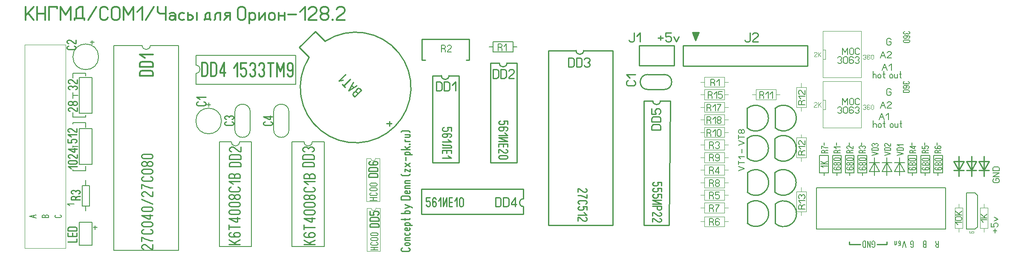
<source format=gbr>
%FSLAX34Y34*%
%MOMM*%
%LNSILK_TOP*%
G71*
G01*
%ADD10C, 0.33*%
%ADD11C, 0.25*%
%ADD12C, 0.22*%
%ADD13C, 0.21*%
%ADD14C, 0.17*%
%ADD15C, 0.10*%
%ADD16C, 0.20*%
%ADD17C, 0.11*%
%ADD18C, 0.16*%
%ADD19C, 0.15*%
%ADD20C, 0.23*%
%ADD21C, 0.28*%
%ADD22C, 0.18*%
%ADD23C, 0.12*%
%LPD*%
G54D10*
X-38000Y118000D02*
X-38000Y144667D01*
G54D10*
X-38000Y126333D02*
X-22000Y144667D01*
G54D10*
X-32000Y131333D02*
X-22000Y118000D01*
G54D10*
X-14667Y118000D02*
X-14667Y144667D01*
G54D10*
X1333Y118000D02*
X1333Y144667D01*
G54D10*
X-14667Y131333D02*
X1333Y131333D01*
G54D10*
X8666Y118000D02*
X8666Y144667D01*
X24666Y144667D01*
X24666Y141333D01*
G54D10*
X31999Y118000D02*
X31999Y144667D01*
X41999Y128000D01*
X51999Y144667D01*
X51999Y118000D01*
G54D10*
X59332Y118000D02*
X59332Y121333D01*
X79332Y121333D01*
X79332Y118000D01*
G54D10*
X63332Y121333D02*
X63332Y139667D01*
X69332Y144667D01*
X75332Y144667D01*
X75332Y121333D01*
G54D10*
X86665Y118000D02*
X102665Y144667D01*
G54D10*
X125998Y123000D02*
X123998Y119667D01*
X119998Y118000D01*
X115998Y118000D01*
X111998Y119667D01*
X109998Y123000D01*
X109998Y139667D01*
X111998Y143000D01*
X115998Y144667D01*
X119998Y144667D01*
X123998Y143000D01*
X125998Y139667D01*
G54D10*
X149331Y139667D02*
X149331Y123000D01*
X147331Y119667D01*
X143331Y118000D01*
X139331Y118000D01*
X135331Y119667D01*
X133331Y123000D01*
X133331Y139667D01*
X135331Y143000D01*
X139331Y144667D01*
X143331Y144667D01*
X147331Y143000D01*
X149331Y139667D01*
G54D10*
X156664Y118000D02*
X156664Y144667D01*
X166664Y128000D01*
X176664Y144667D01*
X176664Y118000D01*
G54D10*
X183997Y134667D02*
X193997Y144667D01*
X193997Y118000D01*
G54D10*
X201330Y118000D02*
X217330Y144667D01*
G54D10*
X224663Y144667D02*
X224663Y134667D01*
X228663Y131333D01*
X240663Y131333D01*
G54D10*
X240663Y144667D02*
X240663Y118000D01*
G54D10*
X247996Y131333D02*
X251996Y133000D01*
X256796Y133000D01*
X259996Y129667D01*
X259996Y118000D01*
G54D10*
X259996Y123000D02*
X257996Y126333D01*
X253996Y127000D01*
X249996Y126333D01*
X247996Y123000D01*
X248796Y119667D01*
X251996Y118000D01*
X253996Y118000D01*
X254796Y118000D01*
X257996Y119667D01*
X259996Y123000D01*
G54D10*
X277329Y132000D02*
X273329Y133000D01*
X269329Y132000D01*
X267329Y128667D01*
X267329Y122000D01*
X269329Y118667D01*
X273329Y118000D01*
X277329Y118667D01*
G54D10*
X284662Y133000D02*
X284662Y118000D01*
X290662Y118000D01*
X294662Y121333D01*
X294662Y124667D01*
X290662Y128000D01*
X284662Y128000D01*
G54D10*
X302662Y133000D02*
X302662Y118000D01*
G54D10*
X317728Y118000D02*
X317728Y119667D01*
X329728Y119667D01*
X329728Y118000D01*
G54D10*
X319728Y119667D02*
X319728Y129667D01*
X323728Y133000D01*
X327728Y133000D01*
X327728Y119667D01*
G54D10*
X337061Y118000D02*
X339061Y119667D01*
X339061Y129667D01*
X343061Y133000D01*
X349061Y133000D01*
X349061Y118000D01*
G54D10*
X356394Y118000D02*
X364394Y126333D01*
X368394Y126333D01*
X360394Y126333D01*
X358394Y128000D01*
X358394Y131333D01*
X360394Y133000D01*
X368394Y133000D01*
X368394Y118000D01*
G54D10*
X399460Y139667D02*
X399460Y123000D01*
X397460Y119667D01*
X393460Y118000D01*
X389460Y118000D01*
X385460Y119667D01*
X383460Y123000D01*
X383460Y139667D01*
X385460Y143000D01*
X389460Y144667D01*
X393460Y144667D01*
X397460Y143000D01*
X399460Y139667D01*
G54D10*
X406793Y133000D02*
X406793Y111333D01*
G54D10*
X406793Y123000D02*
X408793Y118667D01*
X412793Y118000D01*
X416793Y118667D01*
X418793Y122000D01*
X418793Y128667D01*
X416793Y132000D01*
X412793Y133000D01*
X408793Y132000D01*
X406793Y128000D01*
G54D10*
X426126Y133000D02*
X426126Y118000D01*
X438126Y133000D01*
X438126Y118000D01*
G54D10*
X457459Y122000D02*
X457459Y128667D01*
X455459Y132000D01*
X451459Y133000D01*
X447459Y132000D01*
X445459Y128667D01*
X445459Y122000D01*
X447459Y118667D01*
X451459Y118000D01*
X455459Y118667D01*
X457459Y122000D01*
G54D10*
X464792Y118000D02*
X464792Y133000D01*
G54D10*
X464792Y126333D02*
X476792Y126333D01*
G54D10*
X476792Y118000D02*
X476792Y133000D01*
G54D10*
X484125Y129667D02*
X500125Y129667D01*
G54D10*
X507458Y134667D02*
X517458Y144667D01*
X517458Y118000D01*
G54D10*
X540791Y118000D02*
X524791Y118000D01*
X524791Y119667D01*
X526791Y123000D01*
X538791Y133000D01*
X540791Y136333D01*
X540791Y139667D01*
X538791Y143000D01*
X534791Y144667D01*
X530791Y144667D01*
X526791Y143000D01*
X524791Y139667D01*
G54D10*
X558124Y131333D02*
X554124Y131333D01*
X550124Y133000D01*
X548124Y136333D01*
X548124Y139667D01*
X550124Y143000D01*
X554124Y144667D01*
X558124Y144667D01*
X562124Y143000D01*
X564124Y139667D01*
X564124Y136333D01*
X562124Y133000D01*
X558124Y131333D01*
X562124Y129667D01*
X564124Y126333D01*
X564124Y123000D01*
X562124Y119667D01*
X558124Y118000D01*
X554124Y118000D01*
X550124Y119667D01*
X548124Y123000D01*
X548124Y126333D01*
X550124Y129667D01*
X554124Y131333D01*
G54D10*
X573057Y118000D02*
X571457Y118000D01*
X571457Y119333D01*
X573057Y119333D01*
X573057Y118000D01*
X571457Y118000D01*
G54D10*
X596390Y118000D02*
X580390Y118000D01*
X580390Y119667D01*
X582390Y123000D01*
X594390Y133000D01*
X596390Y136333D01*
X596390Y139667D01*
X594390Y143000D01*
X590390Y144667D01*
X586390Y144667D01*
X582390Y143000D01*
X580390Y139667D01*
G54D11*
X1198500Y-20000D02*
X1231000Y-20000D01*
G54D11*
X1198500Y10000D02*
X1231530Y10000D01*
G54D11*
G75*
G01X1231000Y-20000D02*
G03X1231000Y10000I0J15000D01*
G01*
G54D11*
G75*
G01X1198500Y10000D02*
G03X1198500Y-20000I0J-15000D01*
G01*
G54D11*
X1251000Y67500D02*
X1251000Y27500D01*
X1181000Y27500D01*
X1181000Y67500D01*
X1251000Y67500D01*
G54D11*
X1516000Y67500D02*
X1516000Y26500D01*
X1268500Y26500D01*
X1268500Y67500D01*
X1516000Y67500D01*
G54D11*
G75*
G01X1395818Y-96313D02*
G03X1395818Y-57687I16789J19313D01*
G01*
G54D11*
X1395818Y-57687D02*
X1395818Y-96313D01*
G54D11*
X837706Y38491D02*
X843703Y38491D01*
X843703Y80494D01*
X749703Y80494D01*
X749703Y38491D01*
X756706Y38491D01*
G54D11*
X803500Y7500D02*
X823500Y7500D01*
X823500Y-165000D01*
X771000Y-165000D01*
X771000Y7500D01*
X788500Y7500D01*
G54D11*
G75*
G01X788500Y7500D02*
G03X803500Y7500I7500J0D01*
G01*
G54D11*
X918500Y32500D02*
X938500Y32500D01*
X938500Y-165000D01*
X886000Y-165000D01*
X886000Y32500D01*
X903500Y32500D01*
G54D11*
G75*
G01X903500Y32500D02*
G03X918500Y32500I7500J0D01*
G01*
G54D11*
X1071000Y57500D02*
X1128500Y57500D01*
X1128500Y-290000D01*
X1001000Y-290000D01*
X1001000Y57500D01*
X1056000Y57500D01*
G54D11*
G75*
G01X1056000Y57500D02*
G03X1071000Y57500I7500J0D01*
G01*
G54D11*
X951000Y-252500D02*
X951000Y-267500D01*
X748500Y-267500D01*
X748500Y-217500D01*
X951000Y-217500D01*
X951000Y-237500D01*
G54D11*
G75*
G01X951000Y-237500D02*
G03X951000Y-252500I0J-7500D01*
G01*
G54D11*
X1223500Y-42500D02*
X1243500Y-42500D01*
X1241000Y-290000D01*
X1191000Y-290000D01*
X1191000Y-42500D01*
X1208500Y-42500D01*
G54D11*
G75*
G01X1208500Y-42500D02*
G03X1223500Y-42500I7500J0D01*
G01*
G54D12*
X778500Y-22500D02*
X778500Y-4722D01*
X785167Y-4722D01*
X787833Y-5833D01*
X789167Y-8056D01*
X789167Y-19167D01*
X787833Y-21389D01*
X785167Y-22500D01*
X778500Y-22500D01*
G54D12*
X794056Y-22500D02*
X794056Y-4722D01*
X800723Y-4722D01*
X803389Y-5833D01*
X804723Y-8056D01*
X804723Y-19167D01*
X803389Y-21389D01*
X800723Y-22500D01*
X794056Y-22500D01*
G54D12*
X809612Y-11389D02*
X816279Y-4722D01*
X816279Y-22500D01*
G54D12*
X891000Y2500D02*
X891000Y20278D01*
X897667Y20278D01*
X900333Y19167D01*
X901667Y16944D01*
X901667Y5833D01*
X900333Y3611D01*
X897667Y2500D01*
X891000Y2500D01*
G54D12*
X906556Y2500D02*
X906556Y20278D01*
X913223Y20278D01*
X915889Y19167D01*
X917223Y16944D01*
X917223Y5833D01*
X915889Y3611D01*
X913223Y2500D01*
X906556Y2500D01*
G54D12*
X932779Y2500D02*
X922112Y2500D01*
X922112Y3611D01*
X923445Y5833D01*
X931445Y12500D01*
X932779Y14722D01*
X932779Y16944D01*
X931445Y19167D01*
X928779Y20278D01*
X926112Y20278D01*
X923445Y19167D01*
X922112Y16944D01*
G54D12*
X1041000Y25000D02*
X1041000Y42778D01*
X1047667Y42778D01*
X1050333Y41667D01*
X1051667Y39444D01*
X1051667Y28333D01*
X1050333Y26111D01*
X1047667Y25000D01*
X1041000Y25000D01*
G54D12*
X1056556Y25000D02*
X1056556Y42778D01*
X1063223Y42778D01*
X1065889Y41667D01*
X1067223Y39444D01*
X1067223Y28333D01*
X1065889Y26111D01*
X1063223Y25000D01*
X1056556Y25000D01*
G54D12*
X1072112Y39444D02*
X1073445Y41667D01*
X1076112Y42778D01*
X1078779Y42778D01*
X1081445Y41667D01*
X1082779Y39444D01*
X1082779Y37222D01*
X1081445Y35000D01*
X1078779Y33889D01*
X1081445Y32778D01*
X1082779Y30556D01*
X1082779Y28333D01*
X1081445Y26111D01*
X1078779Y25000D01*
X1076112Y25000D01*
X1073445Y26111D01*
X1072112Y28333D01*
G54D12*
X896000Y-252500D02*
X896000Y-234722D01*
X902667Y-234722D01*
X905333Y-235833D01*
X906667Y-238056D01*
X906667Y-249167D01*
X905333Y-251389D01*
X902667Y-252500D01*
X896000Y-252500D01*
G54D12*
X911556Y-252500D02*
X911556Y-234722D01*
X918223Y-234722D01*
X920889Y-235833D01*
X922223Y-238056D01*
X922223Y-249167D01*
X920889Y-251389D01*
X918223Y-252500D01*
X911556Y-252500D01*
G54D12*
X935112Y-252500D02*
X935112Y-234722D01*
X927112Y-245833D01*
X927112Y-248056D01*
X937779Y-248056D01*
G54D12*
X1224100Y-100000D02*
X1206322Y-100000D01*
X1206322Y-93333D01*
X1207433Y-90667D01*
X1209656Y-89333D01*
X1220767Y-89333D01*
X1222989Y-90667D01*
X1224100Y-93333D01*
X1224100Y-100000D01*
G54D12*
X1224100Y-84444D02*
X1206322Y-84444D01*
X1206322Y-77777D01*
X1207433Y-75111D01*
X1209656Y-73777D01*
X1220767Y-73777D01*
X1222989Y-75111D01*
X1224100Y-77777D01*
X1224100Y-84444D01*
G54D12*
X1206322Y-58221D02*
X1206322Y-68888D01*
X1214100Y-68888D01*
X1214100Y-67555D01*
X1212989Y-64888D01*
X1212989Y-62221D01*
X1214100Y-59555D01*
X1216322Y-58221D01*
X1220767Y-58221D01*
X1222989Y-59555D01*
X1224100Y-62221D01*
X1224100Y-64888D01*
X1222989Y-67555D01*
X1220767Y-68888D01*
G54D12*
X1170167Y-1833D02*
X1172389Y-3167D01*
X1173500Y-5833D01*
X1173500Y-8500D01*
X1172389Y-11167D01*
X1170167Y-12500D01*
X1159056Y-12500D01*
X1156833Y-11167D01*
X1155722Y-8500D01*
X1155722Y-5833D01*
X1156833Y-3167D01*
X1159056Y-1833D01*
G54D12*
X1162389Y3056D02*
X1155722Y9723D01*
X1173500Y9723D01*
G54D12*
X1171667Y92778D02*
X1171667Y78333D01*
X1170333Y76111D01*
X1167667Y75000D01*
X1165000Y75000D01*
X1162333Y76111D01*
X1161000Y78333D01*
G54D12*
X1176556Y86111D02*
X1183223Y92778D01*
X1183223Y75000D01*
G54D12*
X1401667Y92778D02*
X1401667Y78333D01*
X1400333Y76111D01*
X1397667Y75000D01*
X1395000Y75000D01*
X1392333Y76111D01*
X1391000Y78333D01*
G54D12*
X1417223Y75000D02*
X1406556Y75000D01*
X1406556Y76111D01*
X1407889Y78333D01*
X1415889Y85000D01*
X1417223Y87222D01*
X1417223Y89444D01*
X1415889Y91667D01*
X1413223Y92778D01*
X1410556Y92778D01*
X1407889Y91667D01*
X1406556Y89444D01*
G54D13*
X1378677Y-181864D02*
X1390232Y-177531D01*
X1378677Y-173198D01*
G54D13*
X1390232Y-165687D02*
X1378677Y-165687D01*
G54D13*
X1378677Y-169154D02*
X1378677Y-162220D01*
G54D13*
X1383010Y-158176D02*
X1378677Y-153843D01*
X1390232Y-153843D01*
G54D13*
X1385177Y-145582D02*
X1385177Y-138649D01*
G54D13*
X1378677Y-130388D02*
X1390232Y-126055D01*
X1378677Y-121722D01*
G54D13*
X1390232Y-114211D02*
X1378677Y-114211D01*
G54D13*
X1378677Y-117678D02*
X1378677Y-110744D01*
G54D13*
X1384455Y-102367D02*
X1384455Y-104100D01*
X1383732Y-105834D01*
X1382288Y-106700D01*
X1380844Y-106700D01*
X1379399Y-105834D01*
X1378677Y-104100D01*
X1378677Y-102367D01*
X1379399Y-100634D01*
X1380844Y-99767D01*
X1382288Y-99767D01*
X1383732Y-100634D01*
X1384455Y-102367D01*
X1385177Y-100634D01*
X1386621Y-99767D01*
X1388066Y-99767D01*
X1389510Y-100634D01*
X1390232Y-102367D01*
X1390232Y-104100D01*
X1389510Y-105834D01*
X1388066Y-106700D01*
X1386621Y-106700D01*
X1385177Y-105834D01*
X1384455Y-104100D01*
G54D14*
X905000Y64167D02*
X908000Y62500D01*
X909000Y60833D01*
X909000Y57500D01*
G54D14*
X901000Y57500D02*
X901000Y70833D01*
X906000Y70833D01*
X908000Y70000D01*
X909000Y68333D01*
X909000Y66667D01*
X908000Y65000D01*
X906000Y64167D01*
X901000Y64167D01*
G54D14*
X912667Y65833D02*
X917667Y70833D01*
X917667Y57500D01*
G54D14*
X792500Y61667D02*
X795500Y60000D01*
X796500Y58333D01*
X796500Y55000D01*
G54D14*
X788500Y55000D02*
X788500Y68333D01*
X793500Y68333D01*
X795500Y67500D01*
X796500Y65833D01*
X796500Y64167D01*
X795500Y62500D01*
X793500Y61667D01*
X788500Y61667D01*
G54D14*
X808167Y55000D02*
X800167Y55000D01*
X800167Y55833D01*
X801167Y57500D01*
X807167Y62500D01*
X808167Y64167D01*
X808167Y65833D01*
X807167Y67500D01*
X805167Y68333D01*
X803167Y68333D01*
X801167Y67500D01*
X800167Y65833D01*
G54D14*
X1327500Y-5833D02*
X1330500Y-7500D01*
X1331500Y-9167D01*
X1331500Y-12500D01*
G54D14*
X1323500Y-12500D02*
X1323500Y833D01*
X1328500Y833D01*
X1330500Y0D01*
X1331500Y-1667D01*
X1331500Y-3333D01*
X1330500Y-5000D01*
X1328500Y-5833D01*
X1323500Y-5833D01*
G54D14*
X1335167Y-4167D02*
X1340167Y833D01*
X1340167Y-12500D01*
G54D14*
X1322500Y-30833D02*
X1325500Y-32500D01*
X1326500Y-34167D01*
X1326500Y-37500D01*
G54D14*
X1318500Y-37500D02*
X1318500Y-24167D01*
X1323500Y-24167D01*
X1325500Y-25000D01*
X1326500Y-26667D01*
X1326500Y-28333D01*
X1325500Y-30000D01*
X1323500Y-30833D01*
X1318500Y-30833D01*
G54D14*
X1330167Y-29167D02*
X1335167Y-24167D01*
X1335167Y-37500D01*
G54D14*
X1346834Y-24167D02*
X1338834Y-24167D01*
X1338834Y-30000D01*
X1339834Y-30000D01*
X1341834Y-29167D01*
X1343834Y-29167D01*
X1345834Y-30000D01*
X1346834Y-31667D01*
X1346834Y-35000D01*
X1345834Y-36667D01*
X1343834Y-37500D01*
X1341834Y-37500D01*
X1339834Y-36667D01*
X1338834Y-35000D01*
G54D15*
X1311000Y-15000D02*
X1351000Y-15000D01*
X1351000Y5000D01*
X1311000Y5000D01*
X1311000Y-15000D01*
G54D15*
X1311000Y-5000D02*
X1303062Y-5000D01*
G54D15*
X1351000Y-5000D02*
X1358500Y-5000D01*
G54D14*
X1320000Y-55833D02*
X1323000Y-57500D01*
X1324000Y-59167D01*
X1324000Y-62500D01*
G54D14*
X1316000Y-62500D02*
X1316000Y-49167D01*
X1321000Y-49167D01*
X1323000Y-50000D01*
X1324000Y-51667D01*
X1324000Y-53333D01*
X1323000Y-55000D01*
X1321000Y-55833D01*
X1316000Y-55833D01*
G54D14*
X1327667Y-54167D02*
X1332667Y-49167D01*
X1332667Y-62500D01*
G54D14*
X1336334Y-49167D02*
X1344334Y-49167D01*
X1343334Y-50833D01*
X1341334Y-53333D01*
X1339334Y-56667D01*
X1338334Y-59167D01*
X1338334Y-62500D01*
G54D14*
X1320000Y-80833D02*
X1323000Y-82500D01*
X1324000Y-84167D01*
X1324000Y-87500D01*
G54D14*
X1316000Y-87500D02*
X1316000Y-74167D01*
X1321000Y-74167D01*
X1323000Y-75000D01*
X1324000Y-76667D01*
X1324000Y-78333D01*
X1323000Y-80000D01*
X1321000Y-80833D01*
X1316000Y-80833D01*
G54D14*
X1327667Y-79167D02*
X1332667Y-74167D01*
X1332667Y-87500D01*
G54D14*
X1341334Y-80833D02*
X1339334Y-80833D01*
X1337334Y-80000D01*
X1336334Y-78333D01*
X1336334Y-76667D01*
X1337334Y-75000D01*
X1339334Y-74167D01*
X1341334Y-74167D01*
X1343334Y-75000D01*
X1344334Y-76667D01*
X1344334Y-78333D01*
X1343334Y-80000D01*
X1341334Y-80833D01*
X1343334Y-81667D01*
X1344334Y-83333D01*
X1344334Y-85000D01*
X1343334Y-86667D01*
X1341334Y-87500D01*
X1339334Y-87500D01*
X1337334Y-86667D01*
X1336334Y-85000D01*
X1336334Y-83333D01*
X1337334Y-81667D01*
X1339334Y-80833D01*
G54D14*
X1320000Y-105833D02*
X1323000Y-107500D01*
X1324000Y-109167D01*
X1324000Y-112500D01*
G54D14*
X1316000Y-112500D02*
X1316000Y-99167D01*
X1321000Y-99167D01*
X1323000Y-100000D01*
X1324000Y-101667D01*
X1324000Y-103333D01*
X1323000Y-105000D01*
X1321000Y-105833D01*
X1316000Y-105833D01*
G54D14*
X1327667Y-104167D02*
X1332667Y-99167D01*
X1332667Y-112500D01*
G54D14*
X1344334Y-101667D02*
X1344334Y-110000D01*
X1343334Y-111667D01*
X1341334Y-112500D01*
X1339334Y-112500D01*
X1337334Y-111667D01*
X1336334Y-110000D01*
X1336334Y-101667D01*
X1337334Y-100000D01*
X1339334Y-99167D01*
X1341334Y-99167D01*
X1343334Y-100000D01*
X1344334Y-101667D01*
G54D14*
X1325000Y-130833D02*
X1328000Y-132500D01*
X1329000Y-134167D01*
X1329000Y-137500D01*
G54D14*
X1321000Y-137500D02*
X1321000Y-124167D01*
X1326000Y-124167D01*
X1328000Y-125000D01*
X1329000Y-126667D01*
X1329000Y-128333D01*
X1328000Y-130000D01*
X1326000Y-130833D01*
X1321000Y-130833D01*
G54D14*
X1332667Y-126667D02*
X1333667Y-125000D01*
X1335667Y-124167D01*
X1337667Y-124167D01*
X1339667Y-125000D01*
X1340667Y-126667D01*
X1340667Y-128333D01*
X1339667Y-130000D01*
X1337667Y-130833D01*
X1339667Y-131667D01*
X1340667Y-133333D01*
X1340667Y-135000D01*
X1339667Y-136667D01*
X1337667Y-137500D01*
X1335667Y-137500D01*
X1333667Y-136667D01*
X1332667Y-135000D01*
G54D14*
X1325000Y-155333D02*
X1328000Y-157000D01*
X1329000Y-158667D01*
X1329000Y-162000D01*
G54D14*
X1321000Y-162000D02*
X1321000Y-148667D01*
X1326000Y-148667D01*
X1328000Y-149500D01*
X1329000Y-151167D01*
X1329000Y-152833D01*
X1328000Y-154500D01*
X1326000Y-155333D01*
X1321000Y-155333D01*
G54D14*
X1332667Y-159500D02*
X1333667Y-161167D01*
X1335667Y-162000D01*
X1337667Y-162000D01*
X1339667Y-161167D01*
X1340667Y-159500D01*
X1340667Y-155333D01*
X1340667Y-154500D01*
X1337667Y-156167D01*
X1335667Y-156167D01*
X1333667Y-155333D01*
X1332667Y-153667D01*
X1332667Y-151167D01*
X1333667Y-149500D01*
X1335667Y-148667D01*
X1337667Y-148667D01*
X1339667Y-149500D01*
X1340667Y-151167D01*
X1340667Y-155333D01*
G54D14*
X1325000Y-180833D02*
X1328000Y-182500D01*
X1329000Y-184167D01*
X1329000Y-187500D01*
G54D14*
X1321000Y-187500D02*
X1321000Y-174167D01*
X1326000Y-174167D01*
X1328000Y-175000D01*
X1329000Y-176667D01*
X1329000Y-178333D01*
X1328000Y-180000D01*
X1326000Y-180833D01*
X1321000Y-180833D01*
G54D14*
X1338667Y-187500D02*
X1338667Y-174167D01*
X1332667Y-182500D01*
X1332667Y-184167D01*
X1340667Y-184167D01*
G54D14*
X1325000Y-205833D02*
X1328000Y-207500D01*
X1329000Y-209167D01*
X1329000Y-212500D01*
G54D14*
X1321000Y-212500D02*
X1321000Y-199167D01*
X1326000Y-199167D01*
X1328000Y-200000D01*
X1329000Y-201667D01*
X1329000Y-203333D01*
X1328000Y-205000D01*
X1326000Y-205833D01*
X1321000Y-205833D01*
G54D14*
X1337667Y-205833D02*
X1335667Y-205833D01*
X1333667Y-205000D01*
X1332667Y-203333D01*
X1332667Y-201667D01*
X1333667Y-200000D01*
X1335667Y-199167D01*
X1337667Y-199167D01*
X1339667Y-200000D01*
X1340667Y-201667D01*
X1340667Y-203333D01*
X1339667Y-205000D01*
X1337667Y-205833D01*
X1339667Y-206667D01*
X1340667Y-208333D01*
X1340667Y-210000D01*
X1339667Y-211667D01*
X1337667Y-212500D01*
X1335667Y-212500D01*
X1333667Y-211667D01*
X1332667Y-210000D01*
X1332667Y-208333D01*
X1333667Y-206667D01*
X1335667Y-205833D01*
G54D14*
X1325000Y-230833D02*
X1328000Y-232500D01*
X1329000Y-234167D01*
X1329000Y-237500D01*
G54D14*
X1321000Y-237500D02*
X1321000Y-224167D01*
X1326000Y-224167D01*
X1328000Y-225000D01*
X1329000Y-226667D01*
X1329000Y-228333D01*
X1328000Y-230000D01*
X1326000Y-230833D01*
X1321000Y-230833D01*
G54D14*
X1340667Y-224167D02*
X1332667Y-224167D01*
X1332667Y-230000D01*
X1333667Y-230000D01*
X1335667Y-229167D01*
X1337667Y-229167D01*
X1339667Y-230000D01*
X1340667Y-231667D01*
X1340667Y-235000D01*
X1339667Y-236667D01*
X1337667Y-237500D01*
X1335667Y-237500D01*
X1333667Y-236667D01*
X1332667Y-235000D01*
G54D14*
X1325000Y-255833D02*
X1328000Y-257500D01*
X1329000Y-259167D01*
X1329000Y-262500D01*
G54D14*
X1321000Y-262500D02*
X1321000Y-249167D01*
X1326000Y-249167D01*
X1328000Y-250000D01*
X1329000Y-251667D01*
X1329000Y-253333D01*
X1328000Y-255000D01*
X1326000Y-255833D01*
X1321000Y-255833D01*
G54D14*
X1332667Y-249167D02*
X1340667Y-249167D01*
X1339667Y-250833D01*
X1337667Y-253333D01*
X1335667Y-256667D01*
X1334667Y-259167D01*
X1334667Y-262500D01*
G54D14*
X1325000Y-283333D02*
X1328000Y-285000D01*
X1329000Y-286667D01*
X1329000Y-290000D01*
G54D14*
X1321000Y-290000D02*
X1321000Y-276667D01*
X1326000Y-276667D01*
X1328000Y-277500D01*
X1329000Y-279167D01*
X1329000Y-280833D01*
X1328000Y-282500D01*
X1326000Y-283333D01*
X1321000Y-283333D01*
G54D14*
X1340667Y-279167D02*
X1339667Y-277500D01*
X1337667Y-276667D01*
X1335667Y-276667D01*
X1333667Y-277500D01*
X1332667Y-279167D01*
X1332667Y-283333D01*
X1332667Y-284167D01*
X1335667Y-282500D01*
X1337667Y-282500D01*
X1339667Y-283333D01*
X1340667Y-285000D01*
X1340667Y-287500D01*
X1339667Y-289167D01*
X1337667Y-290000D01*
X1335667Y-290000D01*
X1333667Y-289167D01*
X1332667Y-287500D01*
X1332667Y-283333D01*
G54D15*
X1413500Y-40000D02*
X1453500Y-40000D01*
X1453500Y-20000D01*
X1413500Y-20000D01*
X1413500Y-40000D01*
G54D14*
X1425000Y-30833D02*
X1428000Y-32500D01*
X1429000Y-34167D01*
X1429000Y-37500D01*
G54D14*
X1421000Y-37500D02*
X1421000Y-24167D01*
X1426000Y-24167D01*
X1428000Y-25000D01*
X1429000Y-26667D01*
X1429000Y-28333D01*
X1428000Y-30000D01*
X1426000Y-30833D01*
X1421000Y-30833D01*
G54D14*
X1432667Y-29167D02*
X1437667Y-24167D01*
X1437667Y-37500D01*
G54D14*
X1441334Y-29167D02*
X1446334Y-24167D01*
X1446334Y-37500D01*
G54D15*
X1413500Y-30000D02*
X1405562Y-30000D01*
G54D15*
X1453500Y-30000D02*
X1461000Y-30000D01*
G54D14*
X1504333Y-46000D02*
X1506000Y-43000D01*
X1507667Y-42000D01*
X1511000Y-42000D01*
G54D14*
X1511000Y-50000D02*
X1497667Y-50000D01*
X1497667Y-45000D01*
X1498500Y-43000D01*
X1500167Y-42000D01*
X1501833Y-42000D01*
X1503500Y-43000D01*
X1504333Y-45000D01*
X1504333Y-50000D01*
G54D14*
X1502667Y-38333D02*
X1497667Y-33333D01*
X1511000Y-33333D01*
G54D14*
X1511000Y-21666D02*
X1511000Y-29666D01*
X1510167Y-29666D01*
X1508500Y-28666D01*
X1503500Y-22666D01*
X1501833Y-21666D01*
X1500167Y-21666D01*
X1498500Y-22666D01*
X1497667Y-24666D01*
X1497667Y-26666D01*
X1498500Y-28666D01*
X1500167Y-29666D01*
G54D14*
X1504333Y-146000D02*
X1506000Y-143000D01*
X1507667Y-142000D01*
X1511000Y-142000D01*
G54D14*
X1511000Y-150000D02*
X1497667Y-150000D01*
X1497667Y-145000D01*
X1498500Y-143000D01*
X1500167Y-142000D01*
X1501833Y-142000D01*
X1503500Y-143000D01*
X1504333Y-145000D01*
X1504333Y-150000D01*
G54D14*
X1502667Y-138333D02*
X1497667Y-133333D01*
X1511000Y-133333D01*
G54D14*
X1511000Y-121666D02*
X1511000Y-129666D01*
X1510167Y-129666D01*
X1508500Y-128666D01*
X1503500Y-122666D01*
X1501833Y-121666D01*
X1500167Y-121666D01*
X1498500Y-122666D01*
X1497667Y-124666D01*
X1497667Y-126666D01*
X1498500Y-128666D01*
X1500167Y-129666D01*
G54D14*
X1504333Y-253500D02*
X1506000Y-250500D01*
X1507667Y-249500D01*
X1511000Y-249500D01*
G54D14*
X1511000Y-257500D02*
X1497667Y-257500D01*
X1497667Y-252500D01*
X1498500Y-250500D01*
X1500167Y-249500D01*
X1501833Y-249500D01*
X1503500Y-250500D01*
X1504333Y-252500D01*
X1504333Y-257500D01*
G54D14*
X1502667Y-245833D02*
X1497667Y-240833D01*
X1511000Y-240833D01*
G54D14*
X1500167Y-237166D02*
X1498500Y-236166D01*
X1497667Y-234166D01*
X1497667Y-232166D01*
X1498500Y-230166D01*
X1500167Y-229166D01*
X1501833Y-229166D01*
X1503500Y-230166D01*
X1504333Y-232166D01*
X1505167Y-230166D01*
X1506833Y-229166D01*
X1508500Y-229166D01*
X1510167Y-230166D01*
X1511000Y-232166D01*
X1511000Y-234166D01*
X1510167Y-236166D01*
X1508500Y-237166D01*
G36*
X1293500Y77500D02*
X1299850Y93375D01*
X1287150Y93375D01*
X1293500Y77500D01*
G37*
G54D11*
X1293500Y77500D02*
X1299850Y93375D01*
X1287150Y93375D01*
X1293500Y77500D01*
G54D12*
X1218500Y82778D02*
X1229167Y82778D01*
G54D12*
X1223833Y87222D02*
X1223833Y78333D01*
G54D12*
X1244723Y92778D02*
X1234056Y92778D01*
X1234056Y85000D01*
X1235389Y85000D01*
X1238056Y86111D01*
X1240723Y86111D01*
X1243389Y85000D01*
X1244723Y82778D01*
X1244723Y78333D01*
X1243389Y76111D01*
X1240723Y75000D01*
X1238056Y75000D01*
X1235389Y76111D01*
X1234056Y78333D01*
G54D12*
X1249612Y85000D02*
X1254945Y75000D01*
X1260279Y85000D01*
G54D15*
X1311000Y-40000D02*
X1351000Y-40000D01*
X1351000Y-20000D01*
X1311000Y-20000D01*
X1311000Y-40000D01*
G54D15*
X1311000Y-30000D02*
X1303062Y-30000D01*
G54D15*
X1351000Y-30000D02*
X1358500Y-30000D01*
G54D15*
X1311000Y-65000D02*
X1351000Y-65000D01*
X1351000Y-45000D01*
X1311000Y-45000D01*
X1311000Y-65000D01*
G54D15*
X1311000Y-55000D02*
X1303062Y-55000D01*
G54D15*
X1351000Y-55000D02*
X1358500Y-55000D01*
G54D15*
X1311000Y-90000D02*
X1351000Y-90000D01*
X1351000Y-70000D01*
X1311000Y-70000D01*
X1311000Y-90000D01*
G54D15*
X1311000Y-80000D02*
X1303062Y-80000D01*
G54D15*
X1351000Y-80000D02*
X1358500Y-80000D01*
G54D15*
X1311000Y-115000D02*
X1351000Y-115000D01*
X1351000Y-95000D01*
X1311000Y-95000D01*
X1311000Y-115000D01*
G54D15*
X1311000Y-105000D02*
X1303062Y-105000D01*
G54D15*
X1351000Y-105000D02*
X1358500Y-105000D01*
G54D15*
X1311000Y-140000D02*
X1351000Y-140000D01*
X1351000Y-120000D01*
X1311000Y-120000D01*
X1311000Y-140000D01*
G54D15*
X1311000Y-130000D02*
X1303062Y-130000D01*
G54D15*
X1351000Y-130000D02*
X1358500Y-130000D01*
G54D15*
X1311000Y-165000D02*
X1351000Y-165000D01*
X1351000Y-145000D01*
X1311000Y-145000D01*
X1311000Y-165000D01*
G54D15*
X1311000Y-155000D02*
X1303062Y-155000D01*
G54D15*
X1351000Y-155000D02*
X1358500Y-155000D01*
G54D15*
X1311000Y-190000D02*
X1351000Y-190000D01*
X1351000Y-170000D01*
X1311000Y-170000D01*
X1311000Y-190000D01*
G54D15*
X1311000Y-180000D02*
X1303062Y-180000D01*
G54D15*
X1351000Y-180000D02*
X1358500Y-180000D01*
G54D15*
X1311000Y-215000D02*
X1351000Y-215000D01*
X1351000Y-195000D01*
X1311000Y-195000D01*
X1311000Y-215000D01*
G54D15*
X1311000Y-205000D02*
X1303062Y-205000D01*
G54D15*
X1351000Y-205000D02*
X1358500Y-205000D01*
G54D15*
X1311000Y-240000D02*
X1351000Y-240000D01*
X1351000Y-220000D01*
X1311000Y-220000D01*
X1311000Y-240000D01*
G54D15*
X1311000Y-230000D02*
X1303062Y-230000D01*
G54D15*
X1351000Y-230000D02*
X1358500Y-230000D01*
G54D15*
X1311000Y-265000D02*
X1351000Y-265000D01*
X1351000Y-245000D01*
X1311000Y-245000D01*
X1311000Y-265000D01*
G54D15*
X1311000Y-255000D02*
X1303062Y-255000D01*
G54D15*
X1351000Y-255000D02*
X1358500Y-255000D01*
G54D15*
X1311000Y-292500D02*
X1351000Y-292500D01*
X1351000Y-272500D01*
X1311000Y-272500D01*
X1311000Y-292500D01*
G54D15*
X1311000Y-282500D02*
X1303062Y-282500D01*
G54D15*
X1351000Y-282500D02*
X1358500Y-282500D01*
G54D15*
X1493436Y-15155D02*
X1493436Y-55155D01*
X1513436Y-55155D01*
X1513436Y-15155D01*
X1493436Y-15155D01*
G54D15*
X1503436Y-15155D02*
X1503436Y-7217D01*
G54D15*
X1503436Y-55155D02*
X1503436Y-62655D01*
G54D15*
X1493436Y-115155D02*
X1493436Y-155155D01*
X1513436Y-155155D01*
X1513436Y-115155D01*
X1493436Y-115155D01*
G54D15*
X1503436Y-115155D02*
X1503436Y-109717D01*
G54D15*
X1503436Y-155155D02*
X1503436Y-162655D01*
G54D15*
X1493436Y-222655D02*
X1493436Y-262655D01*
X1513436Y-262655D01*
X1513436Y-222655D01*
X1493436Y-222655D01*
G54D15*
X1503436Y-222655D02*
X1503436Y-214717D01*
G54D15*
X1503436Y-262655D02*
X1503436Y-270155D01*
G54D16*
X930781Y74909D02*
X890781Y74909D01*
X890781Y54909D01*
X930781Y54909D01*
X930781Y74909D01*
G54D16*
X930781Y64909D02*
X938719Y64909D01*
G54D16*
X890781Y64909D02*
X883281Y64909D01*
G54D16*
X1831397Y-297881D02*
X1831397Y-225381D01*
X1848897Y-225381D01*
X1853897Y-230381D01*
X1853897Y-292881D01*
X1848897Y-297881D01*
X1831397Y-297881D01*
G54D17*
X1846397Y-305381D02*
X1837508Y-305381D01*
X1837508Y-301826D01*
X1838619Y-301826D01*
G54D17*
X1840842Y-305381D02*
X1840842Y-302714D01*
X1841953Y-301826D01*
X1845286Y-301826D01*
X1846397Y-302714D01*
X1846397Y-305381D01*
G54D15*
X1808833Y-255536D02*
X1808833Y-295536D01*
X1823833Y-295536D01*
X1823833Y-255536D01*
X1808833Y-255536D01*
G54D15*
X1816333Y-255536D02*
X1816333Y-247598D01*
G54D15*
X1816333Y-295536D02*
X1816333Y-303036D01*
G54D15*
X1858833Y-255536D02*
X1858833Y-295536D01*
X1873833Y-295536D01*
X1873833Y-255536D01*
X1858833Y-255536D01*
G54D15*
X1866333Y-255536D02*
X1866333Y-247598D01*
G54D15*
X1866333Y-295536D02*
X1866333Y-303036D01*
G54D18*
X1814724Y-288674D02*
X1810058Y-284007D01*
X1822502Y-284007D01*
G54D18*
X1812391Y-273118D02*
X1820169Y-273118D01*
X1821724Y-274051D01*
X1822502Y-275918D01*
X1822502Y-277785D01*
X1821724Y-279651D01*
X1820169Y-280585D01*
X1812391Y-280585D01*
X1810836Y-279651D01*
X1810058Y-277785D01*
X1810058Y-275918D01*
X1810836Y-274051D01*
X1812391Y-273118D01*
G54D18*
X1822502Y-269696D02*
X1810058Y-269696D01*
G54D18*
X1818613Y-269696D02*
X1810058Y-262229D01*
G54D18*
X1816280Y-266896D02*
X1822502Y-262229D01*
G54D18*
X1864724Y-283674D02*
X1860058Y-279007D01*
X1872502Y-279007D01*
G54D18*
X1872502Y-275585D02*
X1860058Y-275585D01*
G54D18*
X1868613Y-275585D02*
X1860058Y-268118D01*
G54D18*
X1866280Y-272785D02*
X1872502Y-268118D01*
G54D11*
X1816397Y-152881D02*
X1816397Y-192881D01*
G54D11*
X1806397Y-180381D02*
X1826397Y-180381D01*
G54D11*
X1806397Y-162881D02*
X1826397Y-162881D01*
X1816397Y-180381D01*
X1806397Y-162881D01*
G54D11*
X1841397Y-152881D02*
X1841397Y-192881D01*
G54D11*
X1831397Y-180381D02*
X1851397Y-180381D01*
G54D11*
X1831397Y-162881D02*
X1851397Y-162881D01*
X1841397Y-180381D01*
X1831397Y-162881D01*
G54D11*
X1866397Y-152881D02*
X1866397Y-192881D01*
G54D11*
X1856397Y-180381D02*
X1876397Y-180381D01*
G54D11*
X1856397Y-162881D02*
X1876397Y-162881D01*
X1866397Y-180381D01*
X1856397Y-162881D01*
G54D14*
X1890454Y-200993D02*
X1890454Y-196993D01*
X1894620Y-196993D01*
X1896287Y-197993D01*
X1897120Y-199993D01*
X1897120Y-201993D01*
X1896287Y-203993D01*
X1894620Y-204993D01*
X1886287Y-204993D01*
X1884620Y-203993D01*
X1883787Y-201993D01*
X1883787Y-199993D01*
X1884620Y-197993D01*
X1886287Y-196993D01*
G54D14*
X1897120Y-193326D02*
X1883787Y-193326D01*
X1897121Y-185326D01*
X1883787Y-185326D01*
G54D14*
X1897120Y-181659D02*
X1883787Y-181659D01*
X1883787Y-176659D01*
X1884620Y-174659D01*
X1886287Y-173659D01*
X1894620Y-173659D01*
X1896287Y-174659D01*
X1897120Y-176659D01*
X1897120Y-181659D01*
G54D14*
X1888387Y-304993D02*
X1888387Y-296993D01*
G54D14*
X1885054Y-300993D02*
X1891720Y-300993D01*
G54D14*
X1880887Y-285326D02*
X1880887Y-293326D01*
X1886720Y-293326D01*
X1886720Y-292326D01*
X1885887Y-290326D01*
X1885887Y-288326D01*
X1886720Y-286326D01*
X1888387Y-285326D01*
X1891720Y-285326D01*
X1893387Y-286326D01*
X1894220Y-288326D01*
X1894220Y-290326D01*
X1893387Y-292326D01*
X1891720Y-293326D01*
G54D14*
X1886720Y-281659D02*
X1894220Y-277659D01*
X1886720Y-273659D01*
G54D11*
G75*
G01X1451318Y-96063D02*
G03X1451318Y-57437I16789J19313D01*
G01*
G54D11*
X1451318Y-57437D02*
X1451318Y-96063D01*
G54D11*
G75*
G01X1395818Y-156063D02*
G03X1395818Y-117437I16789J19313D01*
G01*
G54D11*
X1395818Y-117437D02*
X1395818Y-156063D01*
G54D11*
G75*
G01X1451068Y-156313D02*
G03X1451068Y-117687I16789J19313D01*
G01*
G54D11*
X1451068Y-117687D02*
X1451068Y-156313D01*
G54D11*
G75*
G01X1396318Y-224313D02*
G03X1396318Y-185687I16789J19313D01*
G01*
G54D11*
X1396318Y-185687D02*
X1396318Y-224313D01*
G54D11*
G75*
G01X1450818Y-224063D02*
G03X1450818Y-185437I16789J19313D01*
G01*
G54D11*
X1450818Y-185437D02*
X1450818Y-224063D01*
G54D11*
G75*
G01X1396318Y-286063D02*
G03X1396318Y-247437I16789J19313D01*
G01*
G54D11*
X1396318Y-247437D02*
X1396318Y-286063D01*
G54D11*
G75*
G01X1451568Y-286313D02*
G03X1451568Y-247687I16789J19313D01*
G01*
G54D11*
X1451568Y-247687D02*
X1451568Y-286313D01*
G54D12*
X807901Y-102532D02*
X807901Y-95420D01*
X800123Y-95420D01*
X800123Y-96309D01*
X801234Y-98087D01*
X801234Y-99865D01*
X800123Y-101643D01*
X797901Y-102532D01*
X793456Y-102532D01*
X791234Y-101643D01*
X790123Y-99865D01*
X790123Y-98087D01*
X791234Y-96309D01*
X793456Y-95420D01*
G54D12*
X804568Y-114532D02*
X806790Y-113643D01*
X807901Y-111865D01*
X807901Y-110087D01*
X806790Y-108309D01*
X804568Y-107420D01*
X799012Y-107420D01*
X797901Y-107420D01*
X800123Y-110087D01*
X800123Y-111865D01*
X799012Y-113643D01*
X796790Y-114532D01*
X793456Y-114532D01*
X791234Y-113643D01*
X790123Y-111865D01*
X790123Y-110087D01*
X791234Y-108309D01*
X793456Y-107420D01*
X799012Y-107420D01*
G54D12*
X801234Y-119420D02*
X807901Y-123865D01*
X790123Y-123865D01*
G54D12*
X790123Y-128754D02*
X792345Y-130531D01*
X805679Y-130531D01*
X807901Y-132309D01*
X807901Y-135864D01*
X790123Y-135864D01*
G54D12*
X790123Y-146976D02*
X790123Y-140753D01*
X807901Y-140754D01*
X807901Y-146976D01*
G54D12*
X799012Y-140753D02*
X799012Y-146976D01*
G54D12*
X801234Y-151864D02*
X807901Y-156309D01*
X790123Y-156309D01*
G54D12*
X920151Y-89532D02*
X920151Y-82420D01*
X912373Y-82420D01*
X912373Y-83309D01*
X913484Y-85087D01*
X913484Y-86865D01*
X912373Y-88643D01*
X910151Y-89532D01*
X905706Y-89532D01*
X903484Y-88643D01*
X902373Y-86865D01*
X902373Y-85087D01*
X903484Y-83309D01*
X905706Y-82420D01*
G54D12*
X916818Y-101532D02*
X919040Y-100643D01*
X920151Y-98865D01*
X920151Y-97087D01*
X919040Y-95309D01*
X916818Y-94420D01*
X911262Y-94420D01*
X910151Y-94420D01*
X912373Y-97087D01*
X912373Y-98865D01*
X911262Y-100643D01*
X909040Y-101532D01*
X905706Y-101532D01*
X903484Y-100643D01*
X902373Y-98865D01*
X902373Y-97087D01*
X903484Y-95309D01*
X905706Y-94420D01*
X911262Y-94420D01*
G54D12*
X913484Y-106420D02*
X920151Y-110865D01*
X902373Y-110865D01*
G54D12*
X920151Y-115754D02*
X902373Y-115754D01*
X920151Y-122864D01*
X902373Y-122864D01*
G54D12*
X902373Y-133976D02*
X902373Y-127754D01*
X920151Y-127754D01*
X920151Y-133976D01*
G54D12*
X911262Y-127754D02*
X911262Y-133976D01*
G54D12*
X902373Y-145976D02*
X902373Y-138864D01*
X903484Y-138864D01*
X905706Y-139753D01*
X912373Y-145087D01*
X914595Y-145976D01*
X916818Y-145976D01*
X919040Y-145087D01*
X920151Y-143309D01*
X920151Y-141531D01*
X919040Y-139753D01*
X916818Y-138864D01*
G54D12*
X916818Y-157976D02*
X905706Y-157976D01*
X903484Y-157087D01*
X902373Y-155309D01*
X902373Y-153531D01*
X903484Y-151753D01*
X905706Y-150864D01*
X916818Y-150864D01*
X919040Y-151753D01*
X920151Y-153531D01*
X920151Y-155309D01*
X919040Y-157087D01*
X916818Y-157976D01*
G54D12*
X1059873Y-223782D02*
X1059873Y-216670D01*
X1060984Y-216670D01*
X1063206Y-217559D01*
X1069873Y-222893D01*
X1072095Y-223782D01*
X1074318Y-223782D01*
X1076540Y-222893D01*
X1077651Y-221115D01*
X1077651Y-219337D01*
X1076540Y-217559D01*
X1074318Y-216670D01*
G54D12*
X1077651Y-228670D02*
X1077651Y-235782D01*
X1075429Y-234893D01*
X1072095Y-233115D01*
X1067651Y-231337D01*
X1064318Y-230448D01*
X1059873Y-230448D01*
G54D12*
X1063206Y-247782D02*
X1060984Y-246893D01*
X1059873Y-245115D01*
X1059873Y-243337D01*
X1060984Y-241559D01*
X1063206Y-240670D01*
X1074318Y-240670D01*
X1076540Y-241559D01*
X1077651Y-243337D01*
X1077651Y-245115D01*
X1076540Y-246893D01*
X1074318Y-247782D01*
G54D12*
X1077651Y-259782D02*
X1077651Y-252670D01*
X1069873Y-252670D01*
X1069873Y-253559D01*
X1070984Y-255337D01*
X1070984Y-257115D01*
X1069873Y-258893D01*
X1067651Y-259782D01*
X1063206Y-259782D01*
X1060984Y-258893D01*
X1059873Y-257115D01*
X1059873Y-255337D01*
X1060984Y-253559D01*
X1063206Y-252670D01*
G54D12*
X1070984Y-264670D02*
X1077651Y-269115D01*
X1059873Y-269115D01*
G54D12*
X1059873Y-281114D02*
X1059873Y-274004D01*
X1060984Y-274004D01*
X1063206Y-274892D01*
X1069873Y-280226D01*
X1072095Y-281114D01*
X1074318Y-281114D01*
X1076540Y-280226D01*
X1077651Y-278448D01*
X1077651Y-276670D01*
X1076540Y-274892D01*
X1074318Y-274004D01*
G54D12*
X765592Y-235015D02*
X758481Y-235015D01*
X758481Y-242793D01*
X759370Y-242793D01*
X761147Y-241682D01*
X762925Y-241682D01*
X764703Y-242793D01*
X765592Y-245015D01*
X765592Y-249460D01*
X764703Y-251682D01*
X762925Y-252793D01*
X761147Y-252793D01*
X759370Y-251682D01*
X758481Y-249460D01*
G54D12*
X777592Y-238348D02*
X776703Y-236126D01*
X774925Y-235015D01*
X773147Y-235015D01*
X771370Y-236126D01*
X770481Y-238348D01*
X770481Y-243904D01*
X770481Y-245015D01*
X773147Y-242793D01*
X774925Y-242793D01*
X776703Y-243904D01*
X777592Y-246126D01*
X777592Y-249460D01*
X776703Y-251682D01*
X774925Y-252793D01*
X773147Y-252793D01*
X771370Y-251682D01*
X770481Y-249460D01*
X770481Y-243904D01*
G54D12*
X782481Y-241682D02*
X786925Y-235015D01*
X786925Y-252793D01*
G54D12*
X791814Y-235015D02*
X791814Y-252793D01*
X798925Y-235015D01*
X798925Y-252793D01*
G54D12*
X810036Y-252793D02*
X803814Y-252793D01*
X803814Y-235015D01*
X810036Y-235015D01*
G54D12*
X803814Y-243904D02*
X810036Y-243904D01*
G54D12*
X814925Y-241682D02*
X819369Y-235015D01*
X819369Y-252793D01*
G54D12*
X831369Y-238348D02*
X831369Y-249460D01*
X830480Y-251682D01*
X828702Y-252793D01*
X826924Y-252793D01*
X825146Y-251682D01*
X824258Y-249460D01*
X824258Y-238348D01*
X825146Y-236126D01*
X826924Y-235015D01*
X828702Y-235015D01*
X830480Y-236126D01*
X831369Y-238348D01*
G54D12*
X1225651Y-211282D02*
X1225651Y-204170D01*
X1217873Y-204170D01*
X1217873Y-205059D01*
X1218984Y-206837D01*
X1218984Y-208615D01*
X1217873Y-210393D01*
X1215651Y-211282D01*
X1211206Y-211282D01*
X1208984Y-210393D01*
X1207873Y-208615D01*
X1207873Y-206837D01*
X1208984Y-205059D01*
X1211206Y-204170D01*
G54D12*
X1225651Y-223282D02*
X1225651Y-216170D01*
X1217873Y-216170D01*
X1217873Y-217059D01*
X1218984Y-218837D01*
X1218984Y-220615D01*
X1217873Y-222393D01*
X1215651Y-223282D01*
X1211206Y-223282D01*
X1208984Y-222393D01*
X1207873Y-220615D01*
X1207873Y-218837D01*
X1208984Y-217059D01*
X1211206Y-216170D01*
G54D12*
X1225651Y-235282D02*
X1225651Y-228170D01*
X1217873Y-228170D01*
X1217873Y-229059D01*
X1218984Y-230837D01*
X1218984Y-232615D01*
X1217873Y-234393D01*
X1215651Y-235282D01*
X1211206Y-235282D01*
X1208984Y-234393D01*
X1207873Y-232615D01*
X1207873Y-230837D01*
X1208984Y-229059D01*
X1211206Y-228170D01*
G54D12*
X1225651Y-240170D02*
X1207873Y-240170D01*
X1225651Y-247282D01*
X1207873Y-247282D01*
G54D12*
X1207873Y-252170D02*
X1225651Y-252170D01*
X1225651Y-256615D01*
X1224540Y-258393D01*
X1222318Y-259282D01*
X1220095Y-259282D01*
X1217873Y-258393D01*
X1216762Y-256615D01*
X1216762Y-252170D01*
G54D12*
X1207873Y-271282D02*
X1207873Y-264170D01*
X1208984Y-264170D01*
X1211206Y-265059D01*
X1217873Y-270393D01*
X1220095Y-271282D01*
X1222318Y-271282D01*
X1224540Y-270393D01*
X1225651Y-268615D01*
X1225651Y-266837D01*
X1224540Y-265059D01*
X1222318Y-264170D01*
G54D12*
X1207873Y-283282D02*
X1207873Y-276170D01*
X1208984Y-276170D01*
X1211206Y-277059D01*
X1217873Y-282393D01*
X1220095Y-283282D01*
X1222318Y-283282D01*
X1224540Y-282393D01*
X1225651Y-280615D01*
X1225651Y-278837D01*
X1224540Y-277059D01*
X1222318Y-276170D01*
G54D19*
X90724Y73831D02*
X98316Y73831D01*
G54D19*
X94520Y77626D02*
X94520Y70041D01*
G54D19*
X485505Y-99920D02*
X485505Y-64390D01*
G54D19*
X455025Y-99920D02*
X455025Y-64390D01*
G54D19*
G75*
G01X485525Y-64352D02*
G03X455025Y-64352I-15250J0D01*
G01*
G54D19*
G75*
G01X455025Y-99952D02*
G03X485525Y-99952I15250J0D01*
G01*
G54D19*
X194009Y67629D02*
X137716Y67629D01*
X137716Y-339961D01*
X265906Y-339961D01*
X265906Y67629D01*
X209947Y67629D01*
G54D19*
G75*
G01X194009Y67629D02*
G03X210009Y67629I8000J0D01*
G01*
G54D19*
X371246Y-124232D02*
X347248Y-124232D01*
X347248Y-332248D01*
X411248Y-332248D01*
X411248Y-124232D01*
X387251Y-124232D01*
G54D19*
G75*
G01X371275Y-124252D02*
G03X387275Y-124252I8000J0D01*
G01*
G54D19*
X515708Y-124232D02*
X491711Y-124232D01*
X491711Y-332248D01*
X555711Y-332248D01*
X555711Y-124232D01*
X531714Y-124232D01*
G54D19*
G75*
G01X515675Y-124252D02*
G03X531675Y-124252I8000J0D01*
G01*
G54D19*
X300831Y12339D02*
X300831Y-9364D01*
X498872Y-9364D01*
X498872Y47786D01*
X300831Y47786D01*
X300831Y28339D01*
G54D19*
G75*
G01X300831Y12339D02*
G03X300831Y28339I0J8000D01*
G01*
G54D15*
X648700Y-255802D02*
X640700Y-255802D01*
X640700Y-341802D01*
X666700Y-341802D01*
X666700Y-255802D01*
X658700Y-255802D01*
G54D15*
G75*
G01X648700Y-255802D02*
G03X658700Y-255802I5000J0D01*
G01*
G54D15*
X647934Y-156664D02*
X639934Y-156664D01*
X639934Y-242666D01*
X665938Y-242666D01*
X665938Y-156664D01*
X657938Y-156664D01*
G54D15*
G75*
G01X647934Y-156667D02*
G03X657938Y-156667I5002J0D01*
G01*
G54D19*
X68723Y-168709D02*
X68723Y-97272D01*
X94123Y-97272D01*
X94123Y-168709D01*
X68723Y-168709D01*
G54D19*
X94456Y-330040D02*
X94456Y-284002D01*
X69056Y-284002D01*
X69056Y-330040D01*
X94456Y-330040D01*
G54D15*
X41648Y-335878D02*
X41648Y69272D01*
X-39627Y69272D01*
X-39627Y-335878D01*
X41648Y-335878D01*
G54D19*
X88900Y-251458D02*
X88900Y-210977D01*
X74612Y-210977D01*
X74612Y-251458D01*
X88900Y-251458D01*
G54D12*
X46277Y-322774D02*
X64055Y-322774D01*
X64055Y-316552D01*
G54D12*
X64055Y-305441D02*
X64055Y-311663D01*
X46277Y-311663D01*
X46277Y-305441D01*
G54D12*
X55166Y-311663D02*
X55166Y-305441D01*
G54D12*
X64055Y-300552D02*
X46277Y-300552D01*
X46277Y-296108D01*
X47388Y-294330D01*
X49610Y-293441D01*
X60722Y-293441D01*
X62944Y-294330D01*
X64055Y-296108D01*
X64055Y-300552D01*
G54D12*
X61516Y-235875D02*
X63738Y-233208D01*
X65960Y-232319D01*
X70405Y-232319D01*
G54D12*
X70405Y-239430D02*
X52627Y-239430D01*
X52627Y-234986D01*
X53738Y-233208D01*
X55960Y-232319D01*
X58183Y-232319D01*
X60405Y-233208D01*
X61516Y-234986D01*
X61516Y-239430D01*
G54D12*
X55960Y-227430D02*
X53738Y-226542D01*
X52627Y-224764D01*
X52627Y-222986D01*
X53738Y-221208D01*
X55960Y-220319D01*
X58183Y-220319D01*
X60405Y-221208D01*
X61516Y-222986D01*
X62627Y-221208D01*
X64849Y-220319D01*
X67072Y-220319D01*
X69294Y-221208D01*
X70405Y-222986D01*
X70405Y-224764D01*
X69294Y-226542D01*
X67072Y-227430D01*
G54D19*
X81756Y-251458D02*
X81756Y-260983D01*
G54D19*
X81756Y-210977D02*
X81756Y-199864D01*
G54D19*
X68723Y-67109D02*
X68723Y4328D01*
X94123Y4328D01*
X94123Y-67109D01*
X68723Y-67109D01*
G54D12*
X58420Y66796D02*
X60642Y65907D01*
X61753Y64129D01*
X61753Y62351D01*
X60642Y60573D01*
X58420Y59684D01*
X47309Y59684D01*
X45086Y60573D01*
X43976Y62351D01*
X43976Y64129D01*
X45086Y65907D01*
X47309Y66796D01*
G54D12*
X61753Y78796D02*
X61753Y71684D01*
X60642Y71684D01*
X58420Y72573D01*
X51753Y77907D01*
X49531Y78796D01*
X47309Y78796D01*
X45086Y77907D01*
X43976Y76129D01*
X43976Y74351D01*
X45086Y72573D01*
X47309Y71684D01*
G54D19*
G75*
G01X107269Y45045D02*
G03X107269Y45045I-25500J0D01*
G01*
G54D10*
X215629Y6994D02*
X188962Y6994D01*
X188962Y13661D01*
X190629Y16327D01*
X193962Y17661D01*
X210629Y17661D01*
X213962Y16327D01*
X215629Y13661D01*
X215629Y6994D01*
G54D10*
X215629Y24994D02*
X188962Y24994D01*
X188962Y31661D01*
X190629Y34327D01*
X193962Y35661D01*
X210629Y35661D01*
X213962Y34327D01*
X215629Y31661D01*
X215629Y24994D01*
G54D10*
X198962Y42994D02*
X188962Y49661D01*
X215629Y49661D01*
G54D10*
X312894Y6488D02*
X312894Y33155D01*
X319560Y33155D01*
X322227Y31488D01*
X323560Y28155D01*
X323560Y11488D01*
X322227Y8155D01*
X319560Y6488D01*
X312894Y6488D01*
G54D10*
X330894Y6488D02*
X330894Y33155D01*
X337560Y33155D01*
X340227Y31488D01*
X341560Y28155D01*
X341560Y11488D01*
X340227Y8155D01*
X337560Y6488D01*
X330894Y6488D01*
G54D10*
X356894Y6488D02*
X356894Y33155D01*
X348894Y16488D01*
X348894Y13155D01*
X359560Y13155D01*
G54D19*
X322102Y-49994D02*
X329694Y-49994D01*
G54D19*
X325898Y-46198D02*
X325898Y-53784D01*
G54D20*
X316542Y-44571D02*
X318875Y-45504D01*
X320042Y-47371D01*
X320042Y-49237D01*
X318875Y-51104D01*
X316542Y-52037D01*
X304875Y-52037D01*
X302542Y-51104D01*
X301375Y-49237D01*
X301375Y-47371D01*
X302542Y-45504D01*
X304875Y-44571D01*
G54D20*
X308375Y-39437D02*
X301375Y-34771D01*
X320042Y-34771D01*
G54D19*
G75*
G01X351444Y-82546D02*
G03X351444Y-82546I-25500J0D01*
G01*
G54D12*
X448946Y-83998D02*
X451168Y-84887D01*
X452279Y-86665D01*
X452279Y-88443D01*
X451168Y-90221D01*
X448946Y-91110D01*
X437834Y-91110D01*
X435612Y-90221D01*
X434501Y-88443D01*
X434501Y-86665D01*
X435612Y-84887D01*
X437834Y-83998D01*
G54D12*
X452279Y-73776D02*
X434501Y-73776D01*
X445612Y-79110D01*
X447834Y-79110D01*
X447834Y-71998D01*
G54D19*
X408511Y-99920D02*
X408511Y-64390D01*
G54D19*
X378031Y-99920D02*
X378031Y-64390D01*
G54D19*
G75*
G01X408531Y-64352D02*
G03X378031Y-64352I-15250J0D01*
G01*
G54D19*
G75*
G01X378031Y-99952D02*
G03X408531Y-99952I15250J0D01*
G01*
G54D12*
X371952Y-83998D02*
X374174Y-84887D01*
X375285Y-86665D01*
X375285Y-88443D01*
X374174Y-90221D01*
X371952Y-91110D01*
X360840Y-91110D01*
X358618Y-90221D01*
X357507Y-88443D01*
X357507Y-86665D01*
X358618Y-84887D01*
X360840Y-83998D01*
G54D12*
X360840Y-79110D02*
X358618Y-78221D01*
X357507Y-76443D01*
X357507Y-74665D01*
X358618Y-72887D01*
X360840Y-71998D01*
X363063Y-71998D01*
X365285Y-72887D01*
X366396Y-74665D01*
X367507Y-72887D01*
X369730Y-71998D01*
X371952Y-71998D01*
X374174Y-72887D01*
X375285Y-74665D01*
X375285Y-76443D01*
X374174Y-78221D01*
X371952Y-79110D01*
G54D21*
X389413Y-173306D02*
X367190Y-173306D01*
X367190Y-167750D01*
X368580Y-165528D01*
X371357Y-164417D01*
X385246Y-164417D01*
X388024Y-165528D01*
X389413Y-167750D01*
X389413Y-173306D01*
G54D21*
X389413Y-158306D02*
X367190Y-158306D01*
X367190Y-152750D01*
X368580Y-150528D01*
X371357Y-149417D01*
X385246Y-149417D01*
X388024Y-150528D01*
X389413Y-152750D01*
X389413Y-158306D01*
G54D21*
X389413Y-134417D02*
X389413Y-143306D01*
X388024Y-143306D01*
X385246Y-142195D01*
X376913Y-135528D01*
X374135Y-134417D01*
X371357Y-134417D01*
X368580Y-135528D01*
X367190Y-137750D01*
X367190Y-139973D01*
X368580Y-142195D01*
X371357Y-143306D01*
G54D21*
X535066Y-173306D02*
X512844Y-173306D01*
X512844Y-167750D01*
X514232Y-165528D01*
X517010Y-164417D01*
X530899Y-164417D01*
X533677Y-165528D01*
X535066Y-167750D01*
X535066Y-173306D01*
G54D21*
X535066Y-158306D02*
X512844Y-158306D01*
X512844Y-152750D01*
X514232Y-150528D01*
X517010Y-149417D01*
X530899Y-149417D01*
X533677Y-150528D01*
X535066Y-152750D01*
X535066Y-158306D01*
G54D21*
X517010Y-143306D02*
X514232Y-142194D01*
X512844Y-139972D01*
X512844Y-137750D01*
X514232Y-135528D01*
X517010Y-134417D01*
X519788Y-134417D01*
X522566Y-135528D01*
X523955Y-137750D01*
X525344Y-135528D01*
X528122Y-134417D01*
X530899Y-134417D01*
X533677Y-135528D01*
X535066Y-137750D01*
X535066Y-139972D01*
X533677Y-142194D01*
X530899Y-143306D01*
G54D12*
X661828Y-194024D02*
X644050Y-194024D01*
X644050Y-189580D01*
X645161Y-187802D01*
X647383Y-186913D01*
X658494Y-186913D01*
X660717Y-187802D01*
X661828Y-189580D01*
X661828Y-194024D01*
G54D12*
X661828Y-182024D02*
X644050Y-182024D01*
X644050Y-177580D01*
X645161Y-175802D01*
X647383Y-174913D01*
X658494Y-174913D01*
X660717Y-175802D01*
X661828Y-177580D01*
X661828Y-182024D01*
G54D12*
X647383Y-162913D02*
X645161Y-163802D01*
X644050Y-165580D01*
X644050Y-167358D01*
X645161Y-169135D01*
X647383Y-170024D01*
X652939Y-170024D01*
X654050Y-170024D01*
X651828Y-167358D01*
X651828Y-165580D01*
X652939Y-163802D01*
X655161Y-162913D01*
X658494Y-162913D01*
X660717Y-163802D01*
X661828Y-165580D01*
X661828Y-167358D01*
X660717Y-169135D01*
X658494Y-170024D01*
X652939Y-170024D01*
G54D12*
X663812Y-293242D02*
X646034Y-293242D01*
X646034Y-288798D01*
X647146Y-287020D01*
X649368Y-286131D01*
X660479Y-286131D01*
X662701Y-287020D01*
X663812Y-288798D01*
X663812Y-293242D01*
G54D12*
X663812Y-281242D02*
X646034Y-281242D01*
X646034Y-276798D01*
X647146Y-275020D01*
X649368Y-274131D01*
X660479Y-274131D01*
X662701Y-275020D01*
X663812Y-276798D01*
X663812Y-281242D01*
G54D12*
X646034Y-262131D02*
X646034Y-269242D01*
X653812Y-269242D01*
X653812Y-268354D01*
X652701Y-266576D01*
X652701Y-264798D01*
X653812Y-263020D01*
X656034Y-262131D01*
X660479Y-262131D01*
X662701Y-263020D01*
X663812Y-264798D01*
X663812Y-266576D01*
X662701Y-268354D01*
X660479Y-269242D01*
G54D20*
X629191Y-21205D02*
X615991Y-34404D01*
X612692Y-31104D01*
X612196Y-28959D01*
X613186Y-26649D01*
X614836Y-24999D01*
X617146Y-24009D01*
X619291Y-24504D01*
X618796Y-22360D01*
X619786Y-20050D01*
X621436Y-18400D01*
X623746Y-17410D01*
X625891Y-17905D01*
X629191Y-21205D01*
G54D20*
X622591Y-27804D02*
X619291Y-24504D01*
G54D20*
X620281Y-12295D02*
X603782Y-22194D01*
X613682Y-5695D01*
G54D20*
X614012Y-15925D02*
X610052Y-11965D01*
G54D20*
X607412Y574D02*
X594213Y-12626D01*
G54D20*
X596853Y-15265D02*
X591573Y-9986D01*
G54D20*
X592893Y-1406D02*
X584644Y-3056D01*
X597843Y10143D01*
G54D19*
X96677Y-294469D02*
X104269Y-294469D01*
G54D19*
X100473Y-290674D02*
X100473Y-298259D01*
G54D21*
X214740Y-328270D02*
X214740Y-337159D01*
X213352Y-337159D01*
X210574Y-336048D01*
X202240Y-329381D01*
X199462Y-328270D01*
X196685Y-328270D01*
X193907Y-329381D01*
X192518Y-331603D01*
X192518Y-333826D01*
X193907Y-336048D01*
X196685Y-337159D01*
G54D21*
X192518Y-322159D02*
X192518Y-313270D01*
X195296Y-314381D01*
X199462Y-316603D01*
X205018Y-318826D01*
X209185Y-319937D01*
X214740Y-319937D01*
G54D21*
X210574Y-298270D02*
X213352Y-299381D01*
X214740Y-301603D01*
X214740Y-303826D01*
X213352Y-306048D01*
X210574Y-307159D01*
X196685Y-307159D01*
X193907Y-306048D01*
X192518Y-303826D01*
X192518Y-301603D01*
X193907Y-299381D01*
X196685Y-298270D01*
G54D21*
X196685Y-283270D02*
X210574Y-283270D01*
X213352Y-284381D01*
X214740Y-286603D01*
X214740Y-288826D01*
X213352Y-291048D01*
X210574Y-292159D01*
X196685Y-292159D01*
X193907Y-291048D01*
X192518Y-288826D01*
X192518Y-286603D01*
X193907Y-284381D01*
X196685Y-283270D01*
G54D21*
X214740Y-270492D02*
X192518Y-270492D01*
X206407Y-277159D01*
X209185Y-277159D01*
X209185Y-268270D01*
G54D21*
X196685Y-253270D02*
X210574Y-253270D01*
X213352Y-254381D01*
X214740Y-256603D01*
X214740Y-258826D01*
X213352Y-261048D01*
X210574Y-262159D01*
X196685Y-262159D01*
X193907Y-261048D01*
X192518Y-258826D01*
X192518Y-256603D01*
X193907Y-254381D01*
X196685Y-253270D01*
G54D21*
X214740Y-247159D02*
X192518Y-238270D01*
G54D21*
X214740Y-223270D02*
X214740Y-232159D01*
X213352Y-232159D01*
X210574Y-231048D01*
X202240Y-224381D01*
X199462Y-223270D01*
X196685Y-223270D01*
X193907Y-224381D01*
X192518Y-226603D01*
X192518Y-228826D01*
X193907Y-231048D01*
X196685Y-232159D01*
G54D21*
X192518Y-217159D02*
X192518Y-208270D01*
X195296Y-209381D01*
X199462Y-211603D01*
X205018Y-213826D01*
X209185Y-214937D01*
X214740Y-214937D01*
G54D21*
X210574Y-193270D02*
X213352Y-194381D01*
X214740Y-196603D01*
X214740Y-198826D01*
X213352Y-201048D01*
X210574Y-202159D01*
X196685Y-202159D01*
X193907Y-201048D01*
X192518Y-198826D01*
X192518Y-196603D01*
X193907Y-194381D01*
X196685Y-193270D01*
G54D21*
X196685Y-178270D02*
X210574Y-178270D01*
X213352Y-179381D01*
X214740Y-181603D01*
X214740Y-183826D01*
X213352Y-186048D01*
X210574Y-187159D01*
X196685Y-187159D01*
X193907Y-186048D01*
X192518Y-183826D01*
X192518Y-181603D01*
X193907Y-179381D01*
X196685Y-178270D01*
G54D21*
X203629Y-166603D02*
X203629Y-168826D01*
X202240Y-171048D01*
X199462Y-172159D01*
X196685Y-172159D01*
X193907Y-171048D01*
X192518Y-168826D01*
X192518Y-166603D01*
X193907Y-164381D01*
X196685Y-163270D01*
X199462Y-163270D01*
X202240Y-164381D01*
X203629Y-166603D01*
X205018Y-164381D01*
X207796Y-163270D01*
X210574Y-163270D01*
X213352Y-164381D01*
X214740Y-166603D01*
X214740Y-168826D01*
X213352Y-171048D01*
X210574Y-172159D01*
X207796Y-172159D01*
X205018Y-171048D01*
X203629Y-168826D01*
G54D21*
X196685Y-148270D02*
X210574Y-148270D01*
X213352Y-149381D01*
X214740Y-151603D01*
X214740Y-153826D01*
X213352Y-156048D01*
X210574Y-157159D01*
X196685Y-157159D01*
X193907Y-156048D01*
X192518Y-153826D01*
X192518Y-151603D01*
X193907Y-149381D01*
X196685Y-148270D01*
G54D10*
X375997Y22361D02*
X382663Y32361D01*
X382663Y5695D01*
G54D10*
X400663Y32361D02*
X389997Y32361D01*
X389997Y20695D01*
X391330Y20695D01*
X393997Y22361D01*
X396663Y22361D01*
X399330Y20695D01*
X400663Y17361D01*
X400663Y10695D01*
X399330Y7361D01*
X396663Y5695D01*
X393997Y5695D01*
X391330Y7361D01*
X389997Y10695D01*
G54D10*
X407997Y27361D02*
X409330Y30695D01*
X411997Y32361D01*
X414663Y32361D01*
X417330Y30695D01*
X418663Y27361D01*
X418663Y24028D01*
X417330Y20695D01*
X414663Y19028D01*
X417330Y17361D01*
X418663Y14028D01*
X418663Y10695D01*
X417330Y7361D01*
X414663Y5695D01*
X411997Y5695D01*
X409330Y7361D01*
X407997Y10695D01*
G54D10*
X425997Y27361D02*
X427330Y30695D01*
X429997Y32361D01*
X432664Y32361D01*
X435330Y30695D01*
X436664Y27361D01*
X436664Y24028D01*
X435330Y20695D01*
X432664Y19028D01*
X435330Y17361D01*
X436664Y14028D01*
X436664Y10695D01*
X435330Y7361D01*
X432664Y5695D01*
X429997Y5695D01*
X427330Y7361D01*
X425997Y10695D01*
G54D10*
X449330Y5695D02*
X449330Y32361D01*
G54D10*
X443997Y32361D02*
X454664Y32361D01*
G54D10*
X461997Y5695D02*
X461997Y32361D01*
X468664Y15695D01*
X475330Y32361D01*
X475330Y5695D01*
G54D10*
X482663Y10695D02*
X483996Y7361D01*
X486663Y5695D01*
X489330Y5695D01*
X491996Y7361D01*
X493330Y10695D01*
X493330Y19028D01*
X493330Y20695D01*
X489330Y17361D01*
X486663Y17361D01*
X483996Y19028D01*
X482663Y22361D01*
X482663Y27361D01*
X483996Y30695D01*
X486663Y32361D01*
X489330Y32361D01*
X491996Y30695D01*
X493330Y27361D01*
X493330Y19028D01*
G54D21*
X388222Y-327915D02*
X366000Y-327915D01*
G54D21*
X381278Y-327915D02*
X366000Y-319026D01*
G54D21*
X377111Y-324582D02*
X388222Y-319026D01*
G54D21*
X370167Y-304026D02*
X367389Y-305138D01*
X366000Y-307360D01*
X366000Y-309582D01*
X367389Y-311804D01*
X370167Y-312915D01*
X377111Y-312915D01*
X378500Y-312915D01*
X375722Y-309582D01*
X375722Y-307360D01*
X377111Y-305138D01*
X379889Y-304026D01*
X384056Y-304026D01*
X386833Y-305138D01*
X388222Y-307360D01*
X388222Y-309582D01*
X386833Y-311804D01*
X384056Y-312915D01*
X377111Y-312915D01*
G54D21*
X388222Y-293471D02*
X366000Y-293471D01*
G54D21*
X366000Y-297915D02*
X366000Y-289026D01*
G54D21*
X388222Y-276248D02*
X366000Y-276248D01*
X379889Y-282915D01*
X382667Y-282915D01*
X382667Y-274026D01*
G54D21*
X370167Y-259026D02*
X384056Y-259026D01*
X386833Y-260138D01*
X388222Y-262360D01*
X388222Y-264582D01*
X386833Y-266804D01*
X384056Y-267915D01*
X370167Y-267915D01*
X367389Y-266804D01*
X366000Y-264582D01*
X366000Y-262360D01*
X367389Y-260138D01*
X370167Y-259026D01*
G54D21*
X370167Y-244026D02*
X384056Y-244026D01*
X386833Y-245138D01*
X388222Y-247360D01*
X388222Y-249582D01*
X386833Y-251804D01*
X384056Y-252915D01*
X370167Y-252915D01*
X367389Y-251804D01*
X366000Y-249582D01*
X366000Y-247360D01*
X367389Y-245138D01*
X370167Y-244026D01*
G54D21*
X377111Y-232360D02*
X377111Y-234582D01*
X375722Y-236804D01*
X372944Y-237915D01*
X370167Y-237915D01*
X367389Y-236804D01*
X366000Y-234582D01*
X366000Y-232360D01*
X367389Y-230138D01*
X370167Y-229026D01*
X372944Y-229026D01*
X375722Y-230138D01*
X377111Y-232360D01*
X378500Y-230138D01*
X381278Y-229026D01*
X384056Y-229026D01*
X386833Y-230138D01*
X388222Y-232360D01*
X388222Y-234582D01*
X386833Y-236804D01*
X384056Y-237915D01*
X381278Y-237915D01*
X378500Y-236804D01*
X377111Y-234582D01*
G54D21*
X384056Y-214026D02*
X386833Y-215138D01*
X388222Y-217360D01*
X388222Y-219582D01*
X386833Y-221804D01*
X384056Y-222915D01*
X370167Y-222915D01*
X367389Y-221804D01*
X366000Y-219582D01*
X366000Y-217360D01*
X367389Y-215138D01*
X370167Y-214026D01*
G54D21*
X374333Y-207915D02*
X366000Y-202360D01*
X388222Y-202360D01*
G54D21*
X388222Y-196248D02*
X366000Y-196248D01*
X366000Y-190693D01*
X367389Y-188470D01*
X370167Y-187359D01*
X372944Y-187359D01*
X375722Y-188470D01*
X377111Y-190693D01*
X378500Y-188470D01*
X381278Y-187359D01*
X384056Y-187359D01*
X386833Y-188470D01*
X388222Y-190693D01*
X388222Y-196248D01*
G54D21*
X377111Y-196248D02*
X377111Y-190693D01*
G54D21*
X537050Y-328312D02*
X514828Y-328312D01*
G54D21*
X530106Y-328312D02*
X514828Y-319423D01*
G54D21*
X525939Y-324979D02*
X537050Y-319423D01*
G54D21*
X518995Y-304423D02*
X516217Y-305534D01*
X514828Y-307756D01*
X514828Y-309979D01*
X516217Y-312201D01*
X518995Y-313312D01*
X525939Y-313312D01*
X527328Y-313312D01*
X524550Y-309979D01*
X524550Y-307756D01*
X525939Y-305534D01*
X528717Y-304423D01*
X532884Y-304423D01*
X535662Y-305534D01*
X537050Y-307756D01*
X537050Y-309979D01*
X535662Y-312201D01*
X532884Y-313312D01*
X525939Y-313312D01*
G54D21*
X537050Y-293868D02*
X514828Y-293868D01*
G54D21*
X514828Y-298312D02*
X514828Y-289423D01*
G54D21*
X537050Y-276646D02*
X514828Y-276646D01*
X528717Y-283312D01*
X531495Y-283312D01*
X531495Y-274423D01*
G54D21*
X518995Y-259423D02*
X532884Y-259423D01*
X535662Y-260534D01*
X537050Y-262756D01*
X537050Y-264979D01*
X535662Y-267201D01*
X532884Y-268312D01*
X518995Y-268312D01*
X516217Y-267201D01*
X514828Y-264979D01*
X514828Y-262756D01*
X516217Y-260534D01*
X518995Y-259423D01*
G54D21*
X518995Y-244423D02*
X532884Y-244423D01*
X535662Y-245534D01*
X537050Y-247756D01*
X537050Y-249979D01*
X535662Y-252201D01*
X532884Y-253312D01*
X518995Y-253312D01*
X516217Y-252201D01*
X514828Y-249979D01*
X514828Y-247756D01*
X516217Y-245534D01*
X518995Y-244423D01*
G54D21*
X525939Y-232756D02*
X525939Y-234979D01*
X524550Y-237201D01*
X521772Y-238312D01*
X518995Y-238312D01*
X516217Y-237201D01*
X514828Y-234979D01*
X514828Y-232756D01*
X516217Y-230534D01*
X518995Y-229423D01*
X521772Y-229423D01*
X524550Y-230534D01*
X525939Y-232756D01*
X527328Y-230534D01*
X530106Y-229423D01*
X532884Y-229423D01*
X535662Y-230534D01*
X537050Y-232756D01*
X537050Y-234979D01*
X535662Y-237201D01*
X532884Y-238312D01*
X530106Y-238312D01*
X527328Y-237201D01*
X525939Y-234979D01*
G54D21*
X532884Y-214423D02*
X535662Y-215534D01*
X537050Y-217756D01*
X537050Y-219979D01*
X535662Y-222201D01*
X532884Y-223312D01*
X518995Y-223312D01*
X516217Y-222201D01*
X514828Y-219979D01*
X514828Y-217756D01*
X516217Y-215534D01*
X518995Y-214423D01*
G54D21*
X523162Y-208312D02*
X514828Y-202756D01*
X537050Y-202756D01*
G54D21*
X537050Y-196645D02*
X514828Y-196645D01*
X514828Y-191090D01*
X516217Y-188867D01*
X518995Y-187756D01*
X521772Y-187756D01*
X524550Y-188867D01*
X525939Y-191090D01*
X527328Y-188867D01*
X530106Y-187756D01*
X532884Y-187756D01*
X535662Y-188867D01*
X537050Y-191090D01*
X537050Y-196645D01*
G54D21*
X525939Y-196645D02*
X525939Y-191090D01*
G54D22*
X662035Y-339336D02*
X647812Y-339336D01*
G54D22*
X662035Y-333647D02*
X647812Y-333647D01*
G54D22*
X654924Y-339336D02*
X654924Y-333647D01*
G54D22*
X659368Y-324047D02*
X661146Y-324758D01*
X662035Y-326180D01*
X662035Y-327602D01*
X661146Y-329024D01*
X659368Y-329736D01*
X650479Y-329736D01*
X648701Y-329024D01*
X647812Y-327602D01*
X647812Y-326180D01*
X648701Y-324758D01*
X650479Y-324047D01*
G54D22*
X650479Y-314447D02*
X659368Y-314447D01*
X661146Y-315158D01*
X662035Y-316580D01*
X662035Y-318002D01*
X661146Y-319424D01*
X659368Y-320136D01*
X650479Y-320136D01*
X648701Y-319424D01*
X647812Y-318002D01*
X647812Y-316580D01*
X648701Y-315158D01*
X650479Y-314447D01*
G54D22*
X650479Y-304847D02*
X659368Y-304847D01*
X661146Y-305558D01*
X662035Y-306980D01*
X662035Y-308402D01*
X661146Y-309824D01*
X659368Y-310536D01*
X650479Y-310536D01*
X648701Y-309824D01*
X647812Y-308402D01*
X647812Y-306980D01*
X648701Y-305558D01*
X650479Y-304847D01*
G54D22*
X660447Y-240514D02*
X646225Y-240514D01*
G54D22*
X660447Y-234825D02*
X646225Y-234825D01*
G54D22*
X653336Y-240514D02*
X653336Y-234825D01*
G54D22*
X657780Y-225225D02*
X659558Y-225936D01*
X660447Y-227358D01*
X660447Y-228780D01*
X659558Y-230203D01*
X657780Y-230914D01*
X648892Y-230914D01*
X647114Y-230203D01*
X646225Y-228780D01*
X646225Y-227358D01*
X647114Y-225936D01*
X648892Y-225225D01*
G54D22*
X648892Y-215625D02*
X657780Y-215625D01*
X659558Y-216336D01*
X660447Y-217758D01*
X660447Y-219180D01*
X659558Y-220603D01*
X657780Y-221314D01*
X648892Y-221314D01*
X647114Y-220603D01*
X646225Y-219180D01*
X646225Y-217758D01*
X647114Y-216336D01*
X648892Y-215625D01*
G54D22*
X648892Y-206025D02*
X657780Y-206025D01*
X659558Y-206736D01*
X660447Y-208158D01*
X660447Y-209580D01*
X659558Y-211003D01*
X657780Y-211714D01*
X648892Y-211714D01*
X647114Y-211003D01*
X646225Y-209580D01*
X646225Y-208158D01*
X647114Y-206736D01*
X648892Y-206025D01*
G54D12*
X722167Y-334603D02*
X724389Y-335492D01*
X725500Y-337270D01*
X725500Y-339048D01*
X724389Y-340826D01*
X722167Y-341714D01*
X711056Y-341714D01*
X708833Y-340826D01*
X707722Y-339048D01*
X707722Y-337270D01*
X708833Y-335492D01*
X711056Y-334603D01*
G54D12*
X722833Y-324381D02*
X718389Y-324381D01*
X716167Y-325270D01*
X715500Y-327048D01*
X716167Y-328826D01*
X718389Y-329714D01*
X722833Y-329714D01*
X725056Y-328826D01*
X725500Y-327048D01*
X725056Y-325270D01*
X722833Y-324381D01*
G54D12*
X725500Y-319492D02*
X715500Y-319492D01*
G54D12*
X717722Y-319492D02*
X716167Y-318604D01*
X715500Y-316826D01*
X716167Y-315048D01*
X717722Y-314159D01*
X725500Y-314159D01*
G54D12*
X716167Y-304826D02*
X715500Y-306604D01*
X716167Y-308382D01*
X718389Y-309270D01*
X722833Y-309270D01*
X725056Y-308382D01*
X725500Y-306604D01*
X725056Y-304826D01*
G54D12*
X724389Y-294604D02*
X725500Y-296026D01*
X725500Y-297804D01*
X724389Y-299582D01*
X722167Y-299938D01*
X718389Y-299938D01*
X716167Y-299049D01*
X715500Y-297271D01*
X716167Y-295493D01*
X717722Y-294604D01*
X719944Y-294604D01*
X719944Y-299938D01*
G54D12*
X715500Y-289716D02*
X729944Y-289716D01*
G54D12*
X722167Y-289716D02*
X725056Y-288827D01*
X725500Y-287049D01*
X725056Y-285271D01*
X722833Y-284382D01*
X718389Y-284382D01*
X716167Y-285271D01*
X715500Y-287049D01*
X716167Y-288827D01*
X718833Y-289716D01*
G54D12*
X707722Y-277716D02*
X724389Y-277716D01*
X725500Y-276827D01*
X725056Y-275938D01*
G54D12*
X715500Y-279494D02*
X715500Y-275938D01*
G54D12*
X725500Y-265982D02*
X707722Y-265982D01*
G54D12*
X718389Y-265982D02*
X716167Y-265093D01*
X715500Y-263315D01*
X716167Y-261537D01*
X718389Y-260648D01*
X722833Y-260648D01*
X725056Y-261537D01*
X725500Y-263315D01*
X725056Y-265093D01*
X722833Y-265982D01*
G54D12*
X715500Y-255760D02*
X725500Y-252204D01*
X715500Y-248648D01*
G54D12*
X725500Y-252204D02*
X728833Y-253093D01*
X729944Y-253982D01*
X729944Y-254871D01*
G54D12*
X725500Y-238692D02*
X707722Y-238692D01*
X707722Y-234248D01*
X708833Y-232470D01*
X711056Y-231581D01*
X722167Y-231581D01*
X724389Y-232470D01*
X725500Y-234248D01*
X725500Y-238692D01*
G54D12*
X724389Y-221359D02*
X725500Y-222781D01*
X725500Y-224559D01*
X724389Y-226337D01*
X722167Y-226692D01*
X718389Y-226692D01*
X716167Y-225804D01*
X715500Y-224026D01*
X716167Y-222248D01*
X717722Y-221359D01*
X719944Y-221359D01*
X719944Y-226692D01*
G54D12*
X725500Y-216470D02*
X715500Y-216470D01*
G54D12*
X717722Y-216470D02*
X716167Y-215582D01*
X715500Y-213804D01*
X716167Y-212026D01*
X717722Y-211137D01*
X725500Y-211137D01*
G54D12*
X725500Y-206248D02*
X715500Y-206248D01*
G54D12*
X717722Y-206248D02*
X716167Y-205360D01*
X715500Y-203582D01*
X716167Y-201804D01*
X717722Y-200915D01*
X725500Y-200915D01*
G54D12*
X707722Y-188293D02*
X708833Y-190071D01*
X711056Y-190960D01*
X722167Y-190960D01*
X724389Y-190071D01*
X725500Y-188293D01*
G54D12*
X715500Y-183404D02*
X715500Y-178070D01*
X725500Y-183404D01*
X725500Y-178070D01*
G54D12*
X715500Y-173182D02*
X725500Y-166070D01*
G54D12*
X725500Y-173182D02*
X715500Y-166070D01*
G54D12*
X717722Y-161182D02*
X717722Y-154070D01*
G54D12*
X715500Y-149182D02*
X729944Y-149182D01*
G54D12*
X722167Y-149182D02*
X725056Y-148293D01*
X725500Y-146515D01*
X725056Y-144737D01*
X722833Y-143848D01*
X718389Y-143848D01*
X716167Y-144737D01*
X715500Y-146515D01*
X716167Y-148293D01*
X718833Y-149182D01*
G54D12*
X725500Y-138960D02*
X707722Y-138960D01*
G54D12*
X718833Y-136293D02*
X725500Y-133626D01*
G54D12*
X721056Y-138960D02*
X715500Y-133626D01*
G54D12*
X725500Y-128026D02*
X725500Y-128738D01*
X724611Y-128738D01*
X724611Y-128026D01*
X725500Y-128026D01*
X725500Y-128738D01*
G54D12*
X725500Y-123138D02*
X715500Y-123138D01*
G54D12*
X717722Y-123138D02*
X715500Y-121360D01*
X715500Y-119582D01*
G54D12*
X715500Y-109359D02*
X725500Y-109359D01*
G54D12*
X723278Y-109359D02*
X725056Y-110248D01*
X725500Y-112026D01*
X725056Y-113804D01*
X723278Y-114692D01*
X715500Y-114692D01*
G54D12*
X707722Y-104470D02*
X708833Y-102693D01*
X711056Y-101804D01*
X722167Y-101804D01*
X724389Y-102693D01*
X725500Y-104470D01*
G54D12*
X50246Y-19683D02*
X48024Y-18794D01*
X46913Y-17016D01*
X46913Y-15239D01*
X48024Y-13461D01*
X50246Y-12572D01*
X52468Y-12572D01*
X54691Y-13461D01*
X55802Y-15239D01*
X56913Y-13461D01*
X59135Y-12572D01*
X61357Y-12572D01*
X63580Y-13461D01*
X64691Y-15239D01*
X64691Y-17016D01*
X63580Y-18794D01*
X61357Y-19683D01*
G54D12*
X64691Y-572D02*
X64691Y-7683D01*
X63580Y-7683D01*
X61357Y-6794D01*
X54691Y-1461D01*
X52468Y-572D01*
X50246Y-572D01*
X48024Y-1461D01*
X46913Y-3239D01*
X46913Y-5016D01*
X48024Y-6794D01*
X50246Y-7683D01*
G54D12*
X64691Y-55832D02*
X64691Y-62943D01*
X63580Y-62943D01*
X61357Y-62054D01*
X54691Y-56720D01*
X52468Y-55832D01*
X50246Y-55832D01*
X48024Y-56720D01*
X46913Y-58498D01*
X46913Y-60276D01*
X48024Y-62054D01*
X50246Y-62943D01*
G54D12*
X55802Y-46498D02*
X55802Y-48276D01*
X54691Y-50054D01*
X52468Y-50943D01*
X50246Y-50943D01*
X48024Y-50054D01*
X46913Y-48276D01*
X46913Y-46498D01*
X48024Y-44720D01*
X50246Y-43832D01*
X52468Y-43832D01*
X54691Y-44720D01*
X55802Y-46498D01*
X56913Y-44720D01*
X59135Y-43832D01*
X61357Y-43832D01*
X63580Y-44720D01*
X64691Y-46498D01*
X64691Y-48276D01*
X63580Y-50054D01*
X61357Y-50943D01*
X59135Y-50943D01*
X56913Y-50054D01*
X55802Y-48276D01*
G54D16*
X55959Y-25636D02*
X55959Y-37543D01*
G54D16*
X66278Y-31590D02*
X55959Y-31590D01*
G54D16*
X81756Y7701D02*
X81756Y12464D01*
X55959Y12464D01*
X55959Y2939D01*
G54D16*
X81756Y-70349D02*
X81756Y-75112D01*
X55959Y-75112D01*
X55959Y-65587D01*
G54D11*
X685042Y-92974D02*
X685042Y-82974D01*
G54D11*
X689761Y-87694D02*
X679761Y-87694D01*
G54D11*
X557169Y76282D02*
X537724Y95727D01*
X505904Y63908D01*
X525349Y44462D01*
G54D11*
G75*
G01X525726Y43985D02*
G03X558070Y76329I92254J-59910D01*
G01*
G54D14*
X-17023Y-275822D02*
X-30357Y-272489D01*
X-17023Y-269155D01*
G54D14*
X-22023Y-274489D02*
X-22023Y-270489D01*
G54D14*
X8177Y-274922D02*
X-5157Y-274922D01*
X-5157Y-271589D01*
X-4323Y-270255D01*
X-2657Y-269589D01*
X-990Y-269589D01*
X677Y-270255D01*
X1510Y-271589D01*
X2343Y-270255D01*
X4010Y-269589D01*
X5677Y-269589D01*
X7343Y-270255D01*
X8177Y-271589D01*
X8177Y-274922D01*
G54D14*
X1510Y-274922D02*
X1510Y-271589D01*
G54D14*
X31077Y-269489D02*
X32743Y-270155D01*
X33577Y-271489D01*
X33577Y-272822D01*
X32743Y-274155D01*
X31077Y-274822D01*
X22743Y-274822D01*
X21077Y-274155D01*
X20243Y-272822D01*
X20243Y-271489D01*
X21077Y-270155D01*
X22743Y-269489D01*
G54D14*
X50543Y-250722D02*
X45543Y-247389D01*
X58877Y-247389D01*
G54D12*
X46113Y-118772D02*
X46113Y-125883D01*
X53891Y-125883D01*
X53891Y-124994D01*
X52780Y-123217D01*
X52780Y-121439D01*
X53891Y-119661D01*
X56113Y-118772D01*
X60557Y-118772D01*
X62780Y-119661D01*
X63891Y-121439D01*
X63891Y-123217D01*
X62780Y-124994D01*
X60557Y-125883D01*
G54D12*
X52780Y-113883D02*
X46113Y-109439D01*
X63891Y-109439D01*
G54D12*
X63891Y-97439D02*
X63891Y-104550D01*
X62780Y-104550D01*
X60557Y-103661D01*
X53891Y-98328D01*
X51668Y-97439D01*
X49446Y-97439D01*
X47224Y-98328D01*
X46113Y-100106D01*
X46113Y-101884D01*
X47224Y-103661D01*
X49446Y-104550D01*
G54D12*
X53180Y-177343D02*
X46513Y-172898D01*
X64291Y-172898D01*
G54D12*
X49846Y-160898D02*
X60957Y-160898D01*
X63180Y-161787D01*
X64291Y-163565D01*
X64291Y-165343D01*
X63180Y-167121D01*
X60957Y-168010D01*
X49846Y-168010D01*
X47624Y-167121D01*
X46513Y-165343D01*
X46513Y-163565D01*
X47624Y-161787D01*
X49846Y-160898D01*
G54D12*
X64291Y-148898D02*
X64291Y-156010D01*
X63180Y-156010D01*
X60957Y-155121D01*
X54291Y-149787D01*
X52068Y-148898D01*
X49846Y-148898D01*
X47624Y-149787D01*
X46513Y-151565D01*
X46513Y-153343D01*
X47624Y-155121D01*
X49846Y-156010D01*
G54D12*
X64291Y-138676D02*
X46513Y-138676D01*
X57624Y-144010D01*
X59846Y-144010D01*
X59846Y-136898D01*
G54D16*
X56159Y-131836D02*
X56159Y-135243D01*
G54D16*
X66478Y-133490D02*
X56159Y-133490D01*
G54D16*
X81656Y-172249D02*
X81656Y-181712D01*
X55859Y-181712D01*
X55859Y-179087D01*
G54D16*
X81656Y-95046D02*
X81656Y-85583D01*
X55859Y-85583D01*
X55859Y-88208D01*
G54D14*
X1723480Y-327576D02*
X1720813Y-327576D01*
X1720813Y-323409D01*
X1721480Y-321742D01*
X1722813Y-320909D01*
X1724146Y-320909D01*
X1725480Y-321742D01*
X1726146Y-323409D01*
X1726146Y-331742D01*
X1725480Y-333409D01*
X1724146Y-334242D01*
X1722813Y-334242D01*
X1721480Y-333409D01*
X1720813Y-331742D01*
G54D14*
X1751146Y-320909D02*
X1751146Y-334242D01*
X1747813Y-334242D01*
X1746480Y-333409D01*
X1745813Y-331742D01*
X1745813Y-330076D01*
X1746480Y-328409D01*
X1747813Y-327576D01*
X1746480Y-326742D01*
X1745813Y-325076D01*
X1745813Y-323409D01*
X1746480Y-321742D01*
X1747813Y-320909D01*
X1751146Y-320909D01*
G54D14*
X1751146Y-327576D02*
X1747813Y-327576D01*
G54D18*
X1724925Y-143142D02*
X1726480Y-141276D01*
X1728036Y-140654D01*
X1731147Y-140654D01*
G54D18*
X1731147Y-145631D02*
X1718702Y-145631D01*
X1718702Y-142520D01*
X1719480Y-141276D01*
X1721036Y-140654D01*
X1722591Y-140654D01*
X1724147Y-141276D01*
X1724925Y-142520D01*
X1724925Y-145631D01*
G54D18*
X1731147Y-133498D02*
X1718702Y-133498D01*
X1726480Y-137231D01*
X1728036Y-137231D01*
X1728036Y-132254D01*
G54D16*
X1688647Y-183131D02*
X1708647Y-183131D01*
X1698647Y-165631D01*
X1688647Y-183131D01*
G54D16*
X1698647Y-190631D02*
X1698647Y-155631D01*
G54D18*
X1693702Y-150631D02*
X1706147Y-147520D01*
X1693702Y-144409D01*
G54D18*
X1706147Y-140987D02*
X1693702Y-140987D01*
X1693702Y-137876D01*
X1694480Y-136632D01*
X1696036Y-136010D01*
X1703814Y-136010D01*
X1705369Y-136632D01*
X1706147Y-137876D01*
X1706147Y-140987D01*
G54D18*
X1698369Y-132587D02*
X1693702Y-129476D01*
X1706147Y-129476D01*
G54D16*
X1688647Y-165631D02*
X1708647Y-165631D01*
G54D16*
X1663647Y-183131D02*
X1683647Y-183131D01*
X1673647Y-165631D01*
X1663647Y-183131D01*
G54D16*
X1673647Y-190631D02*
X1673647Y-155631D01*
G54D18*
X1668702Y-150631D02*
X1681147Y-147520D01*
X1668702Y-144409D01*
G54D18*
X1681147Y-140987D02*
X1668702Y-140987D01*
X1668702Y-137876D01*
X1669480Y-136632D01*
X1671036Y-136010D01*
X1678814Y-136010D01*
X1680369Y-136632D01*
X1681147Y-137876D01*
X1681147Y-140987D01*
G54D18*
X1681147Y-127610D02*
X1681147Y-132587D01*
X1680369Y-132587D01*
X1678814Y-131965D01*
X1674147Y-128232D01*
X1672591Y-127610D01*
X1671036Y-127610D01*
X1669480Y-128232D01*
X1668702Y-129476D01*
X1668702Y-130721D01*
X1669480Y-131965D01*
X1671036Y-132587D01*
G54D16*
X1663647Y-165631D02*
X1683647Y-165631D01*
G54D16*
X1638647Y-183131D02*
X1658647Y-183131D01*
X1648647Y-165631D01*
X1638647Y-183131D01*
G54D16*
X1648647Y-190631D02*
X1648647Y-155631D01*
G54D18*
X1643702Y-150631D02*
X1656147Y-147520D01*
X1643702Y-144409D01*
G54D18*
X1656147Y-140987D02*
X1643702Y-140987D01*
X1643702Y-137876D01*
X1644480Y-136632D01*
X1646036Y-136010D01*
X1653814Y-136010D01*
X1655369Y-136632D01*
X1656147Y-137876D01*
X1656147Y-140987D01*
G54D18*
X1646036Y-132587D02*
X1644480Y-131965D01*
X1643702Y-130721D01*
X1643702Y-129476D01*
X1644480Y-128232D01*
X1646036Y-127610D01*
X1647591Y-127610D01*
X1649147Y-128232D01*
X1649925Y-129476D01*
X1650702Y-128232D01*
X1652258Y-127610D01*
X1653814Y-127610D01*
X1655369Y-128232D01*
X1656147Y-129476D01*
X1656147Y-130721D01*
X1655369Y-131965D01*
X1653814Y-132587D01*
G54D16*
X1638647Y-165631D02*
X1658647Y-165631D01*
G54D16*
X1723647Y-125631D02*
X1723647Y-130631D01*
G54D18*
X1749925Y-143142D02*
X1751480Y-141276D01*
X1753036Y-140654D01*
X1756147Y-140654D01*
G54D18*
X1756147Y-145631D02*
X1743702Y-145631D01*
X1743702Y-142520D01*
X1744480Y-141276D01*
X1746036Y-140654D01*
X1747591Y-140654D01*
X1749147Y-141276D01*
X1749925Y-142520D01*
X1749925Y-145631D01*
G54D18*
X1743702Y-132254D02*
X1743702Y-137231D01*
X1749147Y-137231D01*
X1749147Y-136609D01*
X1748369Y-135365D01*
X1748369Y-134120D01*
X1749147Y-132876D01*
X1750702Y-132254D01*
X1753814Y-132254D01*
X1755369Y-132876D01*
X1756147Y-134120D01*
X1756147Y-135365D01*
X1755369Y-136609D01*
X1753814Y-137231D01*
G54D16*
X1748647Y-125631D02*
X1748647Y-130631D01*
G54D18*
X1774925Y-143142D02*
X1776480Y-141276D01*
X1778036Y-140654D01*
X1781147Y-140654D01*
G54D18*
X1781147Y-145631D02*
X1768702Y-145631D01*
X1768702Y-142520D01*
X1769480Y-141276D01*
X1771036Y-140654D01*
X1772591Y-140654D01*
X1774147Y-141276D01*
X1774925Y-142520D01*
X1774925Y-145631D01*
G54D18*
X1771036Y-132254D02*
X1769480Y-132876D01*
X1768702Y-134120D01*
X1768702Y-135365D01*
X1769480Y-136609D01*
X1771036Y-137231D01*
X1774925Y-137231D01*
X1775702Y-137231D01*
X1774147Y-135365D01*
X1774147Y-134120D01*
X1774925Y-132876D01*
X1776480Y-132254D01*
X1778814Y-132254D01*
X1780369Y-132876D01*
X1781147Y-134120D01*
X1781147Y-135365D01*
X1780369Y-136609D01*
X1778814Y-137231D01*
X1774925Y-137231D01*
G54D16*
X1773647Y-125631D02*
X1773647Y-130631D01*
G54D18*
X1624925Y-143142D02*
X1626480Y-141276D01*
X1628036Y-140654D01*
X1631147Y-140654D01*
G54D18*
X1631147Y-145631D02*
X1618702Y-145631D01*
X1618702Y-142520D01*
X1619480Y-141276D01*
X1621036Y-140654D01*
X1622591Y-140654D01*
X1624147Y-141276D01*
X1624925Y-142520D01*
X1624925Y-145631D01*
G54D18*
X1621036Y-137231D02*
X1619480Y-136609D01*
X1618702Y-135365D01*
X1618702Y-134120D01*
X1619480Y-132876D01*
X1621036Y-132254D01*
X1622591Y-132254D01*
X1624147Y-132876D01*
X1624925Y-134120D01*
X1625702Y-132876D01*
X1627258Y-132254D01*
X1628814Y-132254D01*
X1630369Y-132876D01*
X1631147Y-134120D01*
X1631147Y-135365D01*
X1630369Y-136609D01*
X1628814Y-137231D01*
G54D16*
X1623647Y-125631D02*
X1623647Y-130631D01*
G54D18*
X1599925Y-143142D02*
X1601480Y-141276D01*
X1603036Y-140654D01*
X1606147Y-140654D01*
G54D18*
X1606147Y-145631D02*
X1593702Y-145631D01*
X1593702Y-142520D01*
X1594480Y-141276D01*
X1596036Y-140654D01*
X1597591Y-140654D01*
X1599147Y-141276D01*
X1599925Y-142520D01*
X1599925Y-145631D01*
G54D18*
X1606147Y-132254D02*
X1606147Y-137231D01*
X1605369Y-137231D01*
X1603814Y-136609D01*
X1599147Y-132876D01*
X1597591Y-132254D01*
X1596036Y-132254D01*
X1594480Y-132876D01*
X1593702Y-134120D01*
X1593702Y-135365D01*
X1594480Y-136609D01*
X1596036Y-137231D01*
G54D16*
X1598647Y-125631D02*
X1598647Y-130631D01*
G54D18*
X1574925Y-143142D02*
X1576480Y-141276D01*
X1578036Y-140654D01*
X1581147Y-140654D01*
G54D18*
X1581147Y-145631D02*
X1568702Y-145631D01*
X1568702Y-142520D01*
X1569480Y-141276D01*
X1571036Y-140654D01*
X1572591Y-140654D01*
X1574147Y-141276D01*
X1574925Y-142520D01*
X1574925Y-145631D01*
G54D18*
X1573369Y-137231D02*
X1568702Y-134120D01*
X1581147Y-134120D01*
G54D16*
X1573647Y-125631D02*
X1573647Y-130631D01*
G54D14*
X1773480Y-327558D02*
X1771480Y-325891D01*
X1770814Y-324224D01*
X1770814Y-320891D01*
G54D14*
X1776147Y-320891D02*
X1776147Y-334224D01*
X1772814Y-334224D01*
X1771480Y-333391D01*
X1770814Y-331724D01*
X1770813Y-330058D01*
X1771480Y-328391D01*
X1772814Y-327558D01*
X1776147Y-327557D01*
G54D16*
X1539956Y-150631D02*
X1557338Y-150631D01*
X1557338Y-185631D01*
X1539956Y-185631D01*
X1539956Y-150631D01*
G54D16*
X1548647Y-185631D02*
X1548647Y-190631D01*
G54D18*
X1549925Y-143142D02*
X1551480Y-141276D01*
X1553036Y-140654D01*
X1556147Y-140654D01*
G54D18*
X1556147Y-145631D02*
X1543702Y-145631D01*
X1543702Y-142520D01*
X1544480Y-141276D01*
X1546036Y-140654D01*
X1547591Y-140654D01*
X1549147Y-141276D01*
X1549925Y-142520D01*
X1549925Y-145631D01*
G54D18*
X1543702Y-137231D02*
X1543702Y-132254D01*
X1545258Y-132876D01*
X1547591Y-134120D01*
X1550702Y-135365D01*
X1553036Y-135987D01*
X1556147Y-135987D01*
G54D16*
X1548647Y-125631D02*
X1548647Y-130631D01*
G54D16*
X1789897Y-297114D02*
X1533397Y-297114D01*
X1533397Y-215614D01*
X1789897Y-215614D01*
X1789897Y-297114D01*
G54D14*
X1711163Y-334248D02*
X1707830Y-320914D01*
X1704496Y-334248D01*
G54D14*
X1700829Y-322581D02*
X1700829Y-324248D01*
X1699496Y-325914D01*
X1698162Y-325914D01*
X1696829Y-324248D01*
X1696829Y-322581D01*
X1698162Y-320914D01*
X1699496Y-320914D01*
X1700829Y-322581D01*
G54D14*
X1700829Y-324248D02*
X1700829Y-328414D01*
X1700162Y-329248D01*
X1697496Y-329248D01*
X1696829Y-330081D01*
G54D14*
X1693162Y-320914D02*
X1692495Y-321748D01*
X1692495Y-326748D01*
X1691162Y-328414D01*
X1689162Y-328414D01*
X1689162Y-320914D01*
G54D14*
X1646596Y-327581D02*
X1643930Y-327581D01*
X1643930Y-323414D01*
X1644596Y-321748D01*
X1645930Y-320914D01*
X1647263Y-320914D01*
X1648596Y-321748D01*
X1649263Y-323414D01*
X1649263Y-331748D01*
X1648596Y-333414D01*
X1647263Y-334248D01*
X1645930Y-334248D01*
X1644596Y-333414D01*
X1643930Y-331748D01*
G54D14*
X1640263Y-320914D02*
X1640263Y-334248D01*
X1634930Y-320914D01*
X1634930Y-334248D01*
G54D14*
X1631263Y-320914D02*
X1631263Y-334248D01*
X1627930Y-334248D01*
X1626596Y-333414D01*
X1625930Y-331748D01*
X1625930Y-323414D01*
X1626596Y-321748D01*
X1627930Y-320914D01*
X1631263Y-320914D01*
G54D11*
X1653647Y-328131D02*
X1673647Y-328131D01*
X1673647Y-323131D01*
G54D11*
X1621147Y-328131D02*
X1598647Y-328131D01*
X1598647Y-323131D01*
G54D15*
X1546603Y-95903D02*
X1622603Y-95903D01*
X1622603Y-3903D01*
X1546603Y-3903D01*
X1546603Y-95903D01*
G54D15*
X1546603Y-40903D02*
X1551603Y-40903D01*
X1551603Y-59403D01*
X1546603Y-59403D01*
X1546603Y-40903D01*
G54D14*
X1658216Y-80111D02*
X1663216Y-66778D01*
X1668216Y-80111D01*
G54D14*
X1660216Y-75111D02*
X1666216Y-75111D01*
G54D14*
X1671883Y-71778D02*
X1676883Y-66778D01*
X1676883Y-80111D01*
G54D14*
X1660673Y-57299D02*
X1665673Y-43965D01*
X1670673Y-57299D01*
G54D14*
X1662673Y-52299D02*
X1668673Y-52299D01*
G54D14*
X1682340Y-57299D02*
X1674340Y-57299D01*
X1674340Y-56465D01*
X1675340Y-54799D01*
X1681340Y-49799D01*
X1682340Y-48132D01*
X1682340Y-46465D01*
X1681340Y-44799D01*
X1679340Y-43965D01*
X1677340Y-43965D01*
X1675340Y-44799D01*
X1674340Y-46465D01*
G54D14*
X1677575Y-24832D02*
X1681575Y-24832D01*
X1681575Y-28999D01*
X1680575Y-30665D01*
X1678575Y-31499D01*
X1676575Y-31499D01*
X1674575Y-30665D01*
X1673575Y-28999D01*
X1673575Y-20665D01*
X1674575Y-18999D01*
X1676575Y-18165D01*
X1678575Y-18165D01*
X1680575Y-18999D01*
X1681575Y-20665D01*
G54D14*
X1646610Y-95320D02*
X1646610Y-81987D01*
G54D14*
X1646610Y-89987D02*
X1647610Y-88320D01*
X1649610Y-87820D01*
X1651610Y-88320D01*
X1652610Y-89987D01*
X1652610Y-95320D01*
G54D14*
X1662277Y-93320D02*
X1662277Y-89987D01*
X1661277Y-88320D01*
X1659277Y-87820D01*
X1657277Y-88320D01*
X1656277Y-89987D01*
X1656277Y-93320D01*
X1657277Y-94987D01*
X1659277Y-95320D01*
X1661277Y-94987D01*
X1662277Y-93320D01*
G54D14*
X1667944Y-81987D02*
X1667944Y-94487D01*
X1668944Y-95320D01*
X1669944Y-94987D01*
G54D14*
X1665944Y-87820D02*
X1669944Y-87820D01*
G54D14*
X1685907Y-93130D02*
X1685907Y-89796D01*
X1684907Y-88130D01*
X1682907Y-87630D01*
X1680907Y-88130D01*
X1679907Y-89796D01*
X1679907Y-93130D01*
X1680907Y-94796D01*
X1682907Y-95130D01*
X1684907Y-94796D01*
X1685907Y-93130D01*
G54D14*
X1695574Y-87630D02*
X1695574Y-95130D01*
G54D14*
X1695574Y-93463D02*
X1694574Y-94796D01*
X1692574Y-95130D01*
X1690574Y-94796D01*
X1689574Y-93463D01*
X1689574Y-87630D01*
G54D14*
X1701241Y-81796D02*
X1701241Y-94296D01*
X1702241Y-95130D01*
X1703241Y-94796D01*
G54D14*
X1699241Y-87630D02*
X1703241Y-87630D01*
G54D17*
X1626258Y-52286D02*
X1626925Y-51175D01*
X1628258Y-50620D01*
X1629592Y-50620D01*
X1630925Y-51175D01*
X1631592Y-52286D01*
X1631592Y-53398D01*
X1630925Y-54509D01*
X1629592Y-55064D01*
X1630925Y-55620D01*
X1631592Y-56731D01*
X1631592Y-57842D01*
X1630925Y-58953D01*
X1629592Y-59509D01*
X1628258Y-59509D01*
X1626925Y-58953D01*
X1626258Y-57842D01*
G54D17*
X1639368Y-52286D02*
X1638702Y-51175D01*
X1637368Y-50620D01*
X1636035Y-50620D01*
X1634702Y-51175D01*
X1634035Y-52286D01*
X1634035Y-55064D01*
X1634035Y-55620D01*
X1636035Y-54509D01*
X1637368Y-54509D01*
X1638702Y-55064D01*
X1639368Y-56175D01*
X1639368Y-57842D01*
X1638702Y-58953D01*
X1637368Y-59509D01*
X1636035Y-59509D01*
X1634702Y-58953D01*
X1634035Y-57842D01*
X1634035Y-55064D01*
G54D17*
X1647146Y-52286D02*
X1647146Y-57842D01*
X1646479Y-58953D01*
X1645146Y-59509D01*
X1643812Y-59509D01*
X1642479Y-58953D01*
X1641812Y-57842D01*
X1641812Y-52286D01*
X1642479Y-51175D01*
X1643812Y-50620D01*
X1645146Y-50620D01*
X1646479Y-51175D01*
X1647146Y-52286D01*
G54D23*
X1534257Y-54953D02*
X1528391Y-54953D01*
X1528391Y-54342D01*
X1529124Y-53120D01*
X1533524Y-49453D01*
X1534257Y-48231D01*
X1534257Y-47009D01*
X1533524Y-45786D01*
X1532057Y-45175D01*
X1530591Y-45175D01*
X1529124Y-45786D01*
X1528391Y-47009D01*
G54D23*
X1536947Y-54953D02*
X1536947Y-45175D01*
G54D23*
X1536947Y-51898D02*
X1542813Y-45175D01*
G54D23*
X1539147Y-50064D02*
X1542813Y-54953D01*
G54D14*
X1575668Y-56681D02*
X1576668Y-55015D01*
X1578668Y-54181D01*
X1580668Y-54181D01*
X1582668Y-55015D01*
X1583668Y-56681D01*
X1583668Y-58348D01*
X1582668Y-60015D01*
X1580668Y-60848D01*
X1582668Y-61681D01*
X1583668Y-63348D01*
X1583668Y-65015D01*
X1582668Y-66681D01*
X1580668Y-67515D01*
X1578668Y-67515D01*
X1576668Y-66681D01*
X1575668Y-65015D01*
G54D14*
X1595335Y-56681D02*
X1595335Y-65015D01*
X1594335Y-66681D01*
X1592335Y-67515D01*
X1590335Y-67515D01*
X1588335Y-66681D01*
X1587335Y-65015D01*
X1587335Y-56681D01*
X1588335Y-55015D01*
X1590335Y-54181D01*
X1592335Y-54181D01*
X1594335Y-55015D01*
X1595335Y-56681D01*
G54D14*
X1607002Y-56681D02*
X1606002Y-55015D01*
X1604002Y-54181D01*
X1602002Y-54181D01*
X1600002Y-55015D01*
X1599002Y-56681D01*
X1599002Y-60848D01*
X1599002Y-61681D01*
X1602002Y-60015D01*
X1604002Y-60015D01*
X1606002Y-60848D01*
X1607002Y-62515D01*
X1607002Y-65015D01*
X1606002Y-66681D01*
X1604002Y-67515D01*
X1602002Y-67515D01*
X1600002Y-66681D01*
X1599002Y-65015D01*
X1599002Y-60848D01*
G54D14*
X1610669Y-56681D02*
X1611669Y-55015D01*
X1613669Y-54181D01*
X1615669Y-54181D01*
X1617669Y-55015D01*
X1618669Y-56681D01*
X1618669Y-58348D01*
X1617669Y-60015D01*
X1615669Y-60848D01*
X1617669Y-61681D01*
X1618669Y-63348D01*
X1618669Y-65015D01*
X1617669Y-66681D01*
X1615669Y-67515D01*
X1613669Y-67515D01*
X1611669Y-66681D01*
X1610669Y-65015D01*
G54D14*
X1585668Y-50515D02*
X1585668Y-37181D01*
X1590668Y-45515D01*
X1595668Y-37181D01*
X1595668Y-50515D01*
G54D14*
X1607335Y-39681D02*
X1607335Y-48015D01*
X1606335Y-49681D01*
X1604335Y-50515D01*
X1602335Y-50515D01*
X1600335Y-49681D01*
X1599335Y-48015D01*
X1599335Y-39681D01*
X1600335Y-38015D01*
X1602335Y-37181D01*
X1604335Y-37181D01*
X1606335Y-38015D01*
X1607335Y-39681D01*
G54D14*
X1619002Y-48015D02*
X1618002Y-49681D01*
X1616002Y-50515D01*
X1614002Y-50515D01*
X1612002Y-49681D01*
X1611002Y-48015D01*
X1611002Y-39681D01*
X1612002Y-38015D01*
X1614002Y-37181D01*
X1616002Y-37181D01*
X1618002Y-38015D01*
X1619002Y-39681D01*
G54D15*
X1546603Y3897D02*
X1622603Y3897D01*
X1622603Y95897D01*
X1546603Y95897D01*
X1546603Y3897D01*
G54D15*
X1546603Y58897D02*
X1551603Y58897D01*
X1551603Y40397D01*
X1546603Y40397D01*
X1546603Y58897D01*
G54D14*
X1663773Y18101D02*
X1668773Y31435D01*
X1673773Y18101D01*
G54D14*
X1665773Y23101D02*
X1671773Y23101D01*
G54D14*
X1677440Y26435D02*
X1682440Y31435D01*
X1682440Y18101D01*
G54D14*
X1660673Y42501D02*
X1665673Y55835D01*
X1670673Y42501D01*
G54D14*
X1662673Y47501D02*
X1668673Y47501D01*
G54D14*
X1682340Y42501D02*
X1674340Y42501D01*
X1674340Y43335D01*
X1675340Y45001D01*
X1681340Y50001D01*
X1682340Y51668D01*
X1682340Y53335D01*
X1681340Y55001D01*
X1679340Y55835D01*
X1677340Y55835D01*
X1675340Y55001D01*
X1674340Y53335D01*
G54D14*
X1677575Y74968D02*
X1681575Y74968D01*
X1681575Y70801D01*
X1680575Y69135D01*
X1678575Y68301D01*
X1676575Y68301D01*
X1674575Y69135D01*
X1673575Y70801D01*
X1673575Y79135D01*
X1674575Y80801D01*
X1676575Y81635D01*
X1678575Y81635D01*
X1680575Y80801D01*
X1681575Y79135D01*
G54D14*
X1646213Y2892D02*
X1646213Y16226D01*
G54D14*
X1646213Y8226D02*
X1647213Y9892D01*
X1649213Y10392D01*
X1651213Y9892D01*
X1652213Y8226D01*
X1652213Y2892D01*
G54D14*
X1661880Y4892D02*
X1661880Y8226D01*
X1660880Y9892D01*
X1658880Y10392D01*
X1656880Y9892D01*
X1655880Y8226D01*
X1655880Y4892D01*
X1656880Y3226D01*
X1658880Y2892D01*
X1660880Y3226D01*
X1661880Y4892D01*
G54D14*
X1667547Y16226D02*
X1667547Y3726D01*
X1668547Y2892D01*
X1669547Y3226D01*
G54D14*
X1665547Y10392D02*
X1669547Y10392D01*
G54D14*
X1685113Y4892D02*
X1685113Y8226D01*
X1684113Y9892D01*
X1682113Y10392D01*
X1680113Y9892D01*
X1679113Y8226D01*
X1679113Y4892D01*
X1680113Y3226D01*
X1682113Y2892D01*
X1684113Y3226D01*
X1685113Y4892D01*
G54D14*
X1694780Y10392D02*
X1694780Y2892D01*
G54D14*
X1694780Y4559D02*
X1693780Y3226D01*
X1691780Y2892D01*
X1689780Y3226D01*
X1688780Y4559D01*
X1688780Y10392D01*
G54D14*
X1700447Y16226D02*
X1700447Y3726D01*
X1701447Y2892D01*
X1702447Y3226D01*
G54D14*
X1698447Y10392D02*
X1702447Y10392D01*
G54D17*
X1626258Y47514D02*
X1626925Y48625D01*
X1628258Y49180D01*
X1629592Y49180D01*
X1630925Y48625D01*
X1631592Y47514D01*
X1631592Y46402D01*
X1630925Y45291D01*
X1629592Y44736D01*
X1630925Y44180D01*
X1631592Y43069D01*
X1631592Y41958D01*
X1630925Y40847D01*
X1629592Y40291D01*
X1628258Y40291D01*
X1626925Y40847D01*
X1626258Y41958D01*
G54D17*
X1639368Y47514D02*
X1638702Y48625D01*
X1637368Y49180D01*
X1636035Y49180D01*
X1634702Y48625D01*
X1634035Y47514D01*
X1634035Y44736D01*
X1634035Y44180D01*
X1636035Y45291D01*
X1637368Y45291D01*
X1638702Y44736D01*
X1639368Y43625D01*
X1639368Y41958D01*
X1638702Y40847D01*
X1637368Y40291D01*
X1636035Y40291D01*
X1634702Y40847D01*
X1634035Y41958D01*
X1634035Y44736D01*
G54D17*
X1647146Y47514D02*
X1647146Y41958D01*
X1646479Y40847D01*
X1645146Y40291D01*
X1643812Y40291D01*
X1642479Y40847D01*
X1641812Y41958D01*
X1641812Y47514D01*
X1642479Y48625D01*
X1643812Y49180D01*
X1645146Y49180D01*
X1646479Y48625D01*
X1647146Y47514D01*
G54D18*
X1716843Y95488D02*
X1718399Y94866D01*
X1719176Y93622D01*
X1719176Y92377D01*
X1718399Y91133D01*
X1716843Y90511D01*
X1715288Y90511D01*
X1713732Y91133D01*
X1712954Y92377D01*
X1712176Y91133D01*
X1710621Y90511D01*
X1709066Y90511D01*
X1707510Y91133D01*
X1706732Y92377D01*
X1706732Y93622D01*
X1707510Y94866D01*
X1709066Y95488D01*
G54D18*
X1716843Y82111D02*
X1718399Y82733D01*
X1719176Y83977D01*
X1719176Y85222D01*
X1718399Y86466D01*
X1716843Y87088D01*
X1712954Y87088D01*
X1712176Y87088D01*
X1713732Y85222D01*
X1713732Y83977D01*
X1712954Y82733D01*
X1711399Y82111D01*
X1709066Y82111D01*
X1707510Y82733D01*
X1706732Y83977D01*
X1706732Y85222D01*
X1707510Y86466D01*
X1709066Y87088D01*
X1712954Y87088D01*
G54D18*
X1716843Y73711D02*
X1709066Y73711D01*
X1707510Y74333D01*
X1706732Y75577D01*
X1706732Y76822D01*
X1707510Y78066D01*
X1709066Y78688D01*
X1716843Y78688D01*
X1718399Y78066D01*
X1719176Y76822D01*
X1719176Y75577D01*
X1718399Y74333D01*
X1716843Y73711D01*
G54D17*
X1534380Y45291D02*
X1529046Y45291D01*
X1529046Y45847D01*
X1529713Y46958D01*
X1533713Y50291D01*
X1534380Y51402D01*
X1534380Y52514D01*
X1533713Y53625D01*
X1532380Y54180D01*
X1531046Y54180D01*
X1529713Y53625D01*
X1529046Y52514D01*
G54D17*
X1536823Y45291D02*
X1536823Y54180D01*
G54D17*
X1536823Y48069D02*
X1542156Y54180D01*
G54D17*
X1538823Y49736D02*
X1542156Y45291D01*
G54D14*
X1575668Y43119D02*
X1576668Y44785D01*
X1578668Y45619D01*
X1580668Y45619D01*
X1582668Y44785D01*
X1583668Y43119D01*
X1583668Y41452D01*
X1582668Y39785D01*
X1580668Y38952D01*
X1582668Y38119D01*
X1583668Y36452D01*
X1583668Y34785D01*
X1582668Y33119D01*
X1580668Y32285D01*
X1578668Y32285D01*
X1576668Y33119D01*
X1575668Y34785D01*
G54D14*
X1595335Y43119D02*
X1595335Y34785D01*
X1594335Y33119D01*
X1592335Y32285D01*
X1590335Y32285D01*
X1588335Y33119D01*
X1587335Y34785D01*
X1587335Y43119D01*
X1588335Y44785D01*
X1590335Y45619D01*
X1592335Y45619D01*
X1594335Y44785D01*
X1595335Y43119D01*
G54D14*
X1607002Y43119D02*
X1606002Y44785D01*
X1604002Y45619D01*
X1602002Y45619D01*
X1600002Y44785D01*
X1599002Y43119D01*
X1599002Y38952D01*
X1599002Y38119D01*
X1602002Y39785D01*
X1604002Y39785D01*
X1606002Y38952D01*
X1607002Y37285D01*
X1607002Y34785D01*
X1606002Y33119D01*
X1604002Y32285D01*
X1602002Y32285D01*
X1600002Y33119D01*
X1599002Y34785D01*
X1599002Y38952D01*
G54D14*
X1610669Y43119D02*
X1611669Y44785D01*
X1613669Y45619D01*
X1615669Y45619D01*
X1617669Y44785D01*
X1618669Y43119D01*
X1618669Y41452D01*
X1617669Y39785D01*
X1615669Y38952D01*
X1617669Y38119D01*
X1618669Y36452D01*
X1618669Y34785D01*
X1617669Y33119D01*
X1615669Y32285D01*
X1613669Y32285D01*
X1611669Y33119D01*
X1610669Y34785D01*
G54D14*
X1585668Y49285D02*
X1585668Y62619D01*
X1590668Y54285D01*
X1595668Y62619D01*
X1595668Y49285D01*
G54D14*
X1607335Y60119D02*
X1607335Y51785D01*
X1606335Y50119D01*
X1604335Y49285D01*
X1602335Y49285D01*
X1600335Y50119D01*
X1599335Y51785D01*
X1599335Y60119D01*
X1600335Y61785D01*
X1602335Y62619D01*
X1604335Y62619D01*
X1606335Y61785D01*
X1607335Y60119D01*
G54D14*
X1619002Y51785D02*
X1618002Y50119D01*
X1616002Y49285D01*
X1614002Y49285D01*
X1612002Y50119D01*
X1611002Y51785D01*
X1611002Y60119D01*
X1612002Y61785D01*
X1614002Y62619D01*
X1616002Y62619D01*
X1618002Y61785D01*
X1619002Y60119D01*
G54D14*
X1547180Y-175102D02*
X1542180Y-171769D01*
X1555513Y-171769D01*
G54D14*
X1555513Y-168102D02*
X1542180Y-168102D01*
G54D14*
X1551347Y-168102D02*
X1542180Y-162769D01*
G54D14*
X1548847Y-166102D02*
X1555513Y-162769D01*
G54D16*
X1565753Y-150631D02*
X1583134Y-150631D01*
X1583134Y-185631D01*
X1565753Y-185631D01*
X1565753Y-150631D01*
G54D16*
X1574444Y-185631D02*
X1574444Y-190631D01*
G54D14*
X1570477Y-174134D02*
X1568810Y-174801D01*
X1567977Y-176134D01*
X1567977Y-177468D01*
X1568810Y-178801D01*
X1570477Y-179468D01*
X1574644Y-179468D01*
X1575477Y-179468D01*
X1573810Y-177468D01*
X1573810Y-176134D01*
X1574644Y-174801D01*
X1576310Y-174134D01*
X1578810Y-174134D01*
X1580477Y-174801D01*
X1581310Y-176134D01*
X1581310Y-177468D01*
X1580477Y-178801D01*
X1578810Y-179468D01*
X1574644Y-179468D01*
G54D14*
X1574644Y-167134D02*
X1574644Y-168468D01*
X1573810Y-169801D01*
X1572144Y-170468D01*
X1570477Y-170468D01*
X1568810Y-169801D01*
X1567977Y-168468D01*
X1567977Y-167134D01*
X1568810Y-165801D01*
X1570477Y-165134D01*
X1572144Y-165134D01*
X1573810Y-165801D01*
X1574644Y-167134D01*
X1575477Y-165801D01*
X1577144Y-165134D01*
X1578810Y-165134D01*
X1580477Y-165801D01*
X1581310Y-167134D01*
X1581310Y-168468D01*
X1580477Y-169801D01*
X1578810Y-170468D01*
X1577144Y-170468D01*
X1575477Y-169801D01*
X1574644Y-168468D01*
G54D14*
X1570477Y-156134D02*
X1578810Y-156134D01*
X1580477Y-156801D01*
X1581310Y-158134D01*
X1581310Y-159468D01*
X1580477Y-160801D01*
X1578810Y-161468D01*
X1570477Y-161468D01*
X1568810Y-160801D01*
X1567977Y-159468D01*
X1567977Y-158134D01*
X1568810Y-156801D01*
X1570477Y-156134D01*
G54D16*
X1591153Y-150631D02*
X1608534Y-150631D01*
X1608534Y-185631D01*
X1591153Y-185631D01*
X1591153Y-150631D01*
G54D16*
X1599844Y-185631D02*
X1599844Y-190631D01*
G54D14*
X1595877Y-174134D02*
X1594210Y-174801D01*
X1593377Y-176134D01*
X1593377Y-177468D01*
X1594210Y-178801D01*
X1595877Y-179468D01*
X1600044Y-179468D01*
X1600877Y-179468D01*
X1599210Y-177468D01*
X1599210Y-176134D01*
X1600044Y-174801D01*
X1601710Y-174134D01*
X1604210Y-174134D01*
X1605877Y-174801D01*
X1606710Y-176134D01*
X1606710Y-177468D01*
X1605877Y-178801D01*
X1604210Y-179468D01*
X1600044Y-179468D01*
G54D14*
X1600044Y-167134D02*
X1600044Y-168468D01*
X1599210Y-169801D01*
X1597544Y-170468D01*
X1595877Y-170468D01*
X1594210Y-169801D01*
X1593377Y-168468D01*
X1593377Y-167134D01*
X1594210Y-165801D01*
X1595877Y-165134D01*
X1597544Y-165134D01*
X1599210Y-165801D01*
X1600044Y-167134D01*
X1600877Y-165801D01*
X1602544Y-165134D01*
X1604210Y-165134D01*
X1605877Y-165801D01*
X1606710Y-167134D01*
X1606710Y-168468D01*
X1605877Y-169801D01*
X1604210Y-170468D01*
X1602544Y-170468D01*
X1600877Y-169801D01*
X1600044Y-168468D01*
G54D14*
X1595877Y-156134D02*
X1604210Y-156134D01*
X1605877Y-156801D01*
X1606710Y-158134D01*
X1606710Y-159468D01*
X1605877Y-160801D01*
X1604210Y-161468D01*
X1595877Y-161468D01*
X1594210Y-160801D01*
X1593377Y-159468D01*
X1593377Y-158134D01*
X1594210Y-156801D01*
X1595877Y-156134D01*
G54D16*
X1715375Y-151028D02*
X1732756Y-151028D01*
X1732756Y-186028D01*
X1715375Y-186028D01*
X1715375Y-151028D01*
G54D16*
X1724066Y-186028D02*
X1724066Y-191028D01*
G54D14*
X1720099Y-174531D02*
X1718432Y-175198D01*
X1717599Y-176531D01*
X1717599Y-177865D01*
X1718432Y-179198D01*
X1720099Y-179865D01*
X1724266Y-179865D01*
X1725099Y-179865D01*
X1723432Y-177865D01*
X1723432Y-176531D01*
X1724266Y-175198D01*
X1725932Y-174531D01*
X1728432Y-174531D01*
X1730099Y-175198D01*
X1730932Y-176531D01*
X1730932Y-177865D01*
X1730099Y-179198D01*
X1728432Y-179865D01*
X1724266Y-179865D01*
G54D14*
X1724266Y-167531D02*
X1724266Y-168865D01*
X1723432Y-170198D01*
X1721766Y-170865D01*
X1720099Y-170865D01*
X1718432Y-170198D01*
X1717599Y-168865D01*
X1717599Y-167531D01*
X1718432Y-166198D01*
X1720099Y-165531D01*
X1721766Y-165531D01*
X1723432Y-166198D01*
X1724266Y-167531D01*
X1725099Y-166198D01*
X1726766Y-165531D01*
X1728432Y-165531D01*
X1730099Y-166198D01*
X1730932Y-167531D01*
X1730932Y-168865D01*
X1730099Y-170198D01*
X1728432Y-170865D01*
X1726766Y-170865D01*
X1725099Y-170198D01*
X1724266Y-168865D01*
G54D14*
X1720099Y-156531D02*
X1728432Y-156531D01*
X1730099Y-157198D01*
X1730932Y-158531D01*
X1730932Y-159865D01*
X1730099Y-161198D01*
X1728432Y-161865D01*
X1720099Y-161865D01*
X1718432Y-161198D01*
X1717599Y-159865D01*
X1717599Y-158531D01*
X1718432Y-157198D01*
X1720099Y-156531D01*
G54D16*
X1741172Y-151028D02*
X1758553Y-151028D01*
X1758553Y-186028D01*
X1741172Y-186028D01*
X1741172Y-151028D01*
G54D16*
X1749862Y-186028D02*
X1749862Y-191028D01*
G54D14*
X1745896Y-174531D02*
X1744229Y-175198D01*
X1743396Y-176531D01*
X1743396Y-177865D01*
X1744229Y-179198D01*
X1745896Y-179865D01*
X1750062Y-179865D01*
X1750896Y-179865D01*
X1749229Y-177865D01*
X1749229Y-176531D01*
X1750062Y-175198D01*
X1751729Y-174531D01*
X1754229Y-174531D01*
X1755896Y-175198D01*
X1756729Y-176531D01*
X1756729Y-177865D01*
X1755896Y-179198D01*
X1754229Y-179865D01*
X1750062Y-179865D01*
G54D14*
X1750062Y-167531D02*
X1750062Y-168865D01*
X1749229Y-170198D01*
X1747562Y-170865D01*
X1745896Y-170865D01*
X1744229Y-170198D01*
X1743396Y-168865D01*
X1743396Y-167531D01*
X1744229Y-166198D01*
X1745896Y-165531D01*
X1747562Y-165531D01*
X1749229Y-166198D01*
X1750062Y-167531D01*
X1750896Y-166198D01*
X1752562Y-165531D01*
X1754229Y-165531D01*
X1755896Y-166198D01*
X1756729Y-167531D01*
X1756729Y-168865D01*
X1755896Y-170198D01*
X1754229Y-170865D01*
X1752562Y-170865D01*
X1750896Y-170198D01*
X1750062Y-168865D01*
G54D14*
X1745896Y-156531D02*
X1754229Y-156531D01*
X1755896Y-157198D01*
X1756729Y-158531D01*
X1756729Y-159865D01*
X1755896Y-161198D01*
X1754229Y-161865D01*
X1745896Y-161865D01*
X1744229Y-161198D01*
X1743396Y-159865D01*
X1743396Y-158531D01*
X1744229Y-157198D01*
X1745896Y-156531D01*
G54D16*
X1766572Y-151028D02*
X1783953Y-151028D01*
X1783953Y-186028D01*
X1766572Y-186028D01*
X1766572Y-151028D01*
G54D16*
X1775262Y-186028D02*
X1775262Y-191028D01*
G54D14*
X1771296Y-174531D02*
X1769629Y-175198D01*
X1768796Y-176531D01*
X1768796Y-177865D01*
X1769629Y-179198D01*
X1771296Y-179865D01*
X1775462Y-179865D01*
X1776296Y-179865D01*
X1774629Y-177865D01*
X1774629Y-176531D01*
X1775462Y-175198D01*
X1777129Y-174531D01*
X1779629Y-174531D01*
X1781296Y-175198D01*
X1782129Y-176531D01*
X1782129Y-177865D01*
X1781296Y-179198D01*
X1779629Y-179865D01*
X1775462Y-179865D01*
G54D14*
X1775462Y-167531D02*
X1775462Y-168865D01*
X1774629Y-170198D01*
X1772962Y-170865D01*
X1771296Y-170865D01*
X1769629Y-170198D01*
X1768796Y-168865D01*
X1768796Y-167531D01*
X1769629Y-166198D01*
X1771296Y-165531D01*
X1772962Y-165531D01*
X1774629Y-166198D01*
X1775462Y-167531D01*
X1776296Y-166198D01*
X1777962Y-165531D01*
X1779629Y-165531D01*
X1781296Y-166198D01*
X1782129Y-167531D01*
X1782129Y-168865D01*
X1781296Y-170198D01*
X1779629Y-170865D01*
X1777962Y-170865D01*
X1776296Y-170198D01*
X1775462Y-168865D01*
G54D14*
X1771296Y-156531D02*
X1779629Y-156531D01*
X1781296Y-157198D01*
X1782129Y-158531D01*
X1782129Y-159865D01*
X1781296Y-161198D01*
X1779629Y-161865D01*
X1771296Y-161865D01*
X1769629Y-161198D01*
X1768796Y-159865D01*
X1768796Y-158531D01*
X1769629Y-157198D01*
X1771296Y-156531D01*
G54D16*
X1616156Y-150631D02*
X1633538Y-150631D01*
X1633538Y-185631D01*
X1616156Y-185631D01*
X1616156Y-150631D01*
G54D16*
X1624847Y-185631D02*
X1624847Y-190631D01*
G54D14*
X1620880Y-174134D02*
X1619213Y-174801D01*
X1618380Y-176134D01*
X1618380Y-177468D01*
X1619213Y-178801D01*
X1620880Y-179468D01*
X1625047Y-179468D01*
X1625880Y-179468D01*
X1624213Y-177468D01*
X1624213Y-176134D01*
X1625047Y-174801D01*
X1626713Y-174134D01*
X1629213Y-174134D01*
X1630880Y-174801D01*
X1631713Y-176134D01*
X1631713Y-177468D01*
X1630880Y-178801D01*
X1629213Y-179468D01*
X1625047Y-179468D01*
G54D14*
X1625047Y-167134D02*
X1625047Y-168468D01*
X1624213Y-169801D01*
X1622547Y-170468D01*
X1620880Y-170468D01*
X1619213Y-169801D01*
X1618380Y-168468D01*
X1618380Y-167134D01*
X1619213Y-165801D01*
X1620880Y-165134D01*
X1622547Y-165134D01*
X1624213Y-165801D01*
X1625047Y-167134D01*
X1625880Y-165801D01*
X1627547Y-165134D01*
X1629213Y-165134D01*
X1630880Y-165801D01*
X1631713Y-167134D01*
X1631713Y-168468D01*
X1630880Y-169801D01*
X1629213Y-170468D01*
X1627547Y-170468D01*
X1625880Y-169801D01*
X1625047Y-168468D01*
G54D14*
X1620880Y-156134D02*
X1629213Y-156134D01*
X1630880Y-156801D01*
X1631713Y-158134D01*
X1631713Y-159468D01*
X1630880Y-160801D01*
X1629213Y-161468D01*
X1620880Y-161468D01*
X1619213Y-160801D01*
X1618380Y-159468D01*
X1618380Y-158134D01*
X1619213Y-156801D01*
X1620880Y-156134D01*
G54D18*
X1716050Y-4127D02*
X1717605Y-4750D01*
X1718383Y-5994D01*
X1718383Y-7238D01*
X1717605Y-8483D01*
X1716050Y-9105D01*
X1714494Y-9105D01*
X1712938Y-8483D01*
X1712161Y-7238D01*
X1711383Y-8483D01*
X1709827Y-9105D01*
X1708272Y-9105D01*
X1706716Y-8483D01*
X1705938Y-7238D01*
X1705938Y-5994D01*
X1706716Y-4750D01*
X1708272Y-4127D01*
G54D18*
X1716050Y-17505D02*
X1717605Y-16883D01*
X1718383Y-15638D01*
X1718383Y-14394D01*
X1717605Y-13150D01*
X1716050Y-12527D01*
X1712161Y-12527D01*
X1711383Y-12527D01*
X1712938Y-14394D01*
X1712938Y-15638D01*
X1712161Y-16883D01*
X1710605Y-17505D01*
X1708272Y-17505D01*
X1706716Y-16883D01*
X1705938Y-15638D01*
X1705938Y-14394D01*
X1706716Y-13150D01*
X1708272Y-12527D01*
X1712161Y-12527D01*
G54D18*
X1716050Y-25905D02*
X1708272Y-25905D01*
X1706716Y-25283D01*
X1705938Y-24038D01*
X1705938Y-22794D01*
X1706716Y-21550D01*
X1708272Y-20927D01*
X1716050Y-20927D01*
X1717605Y-21550D01*
X1718383Y-22794D01*
X1718383Y-24038D01*
X1717605Y-25283D01*
X1716050Y-25905D01*
M02*

</source>
